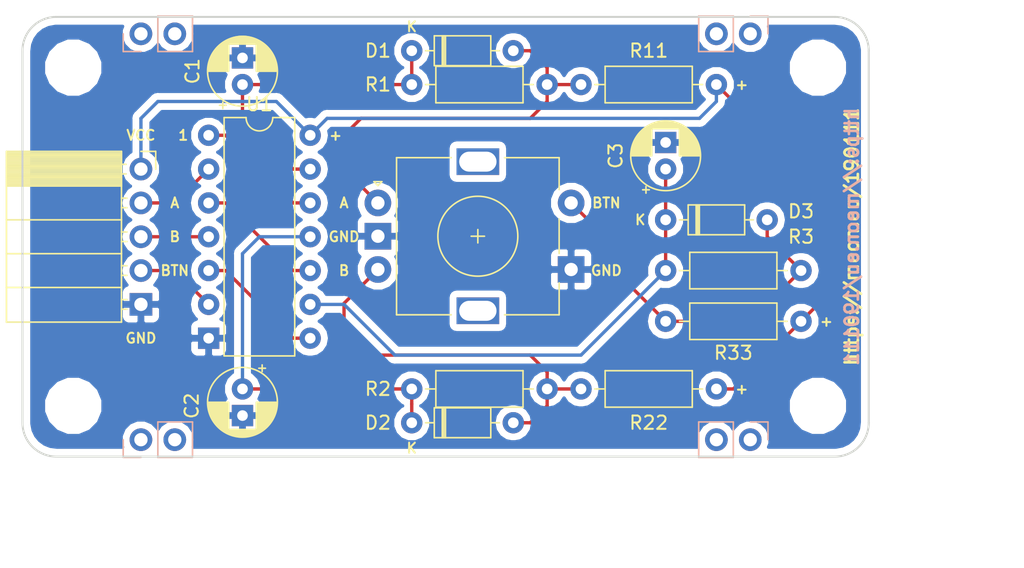
<source format=kicad_pcb>
(kicad_pcb (version 20171130) (host pcbnew 5.0.2+dfsg1-1~bpo9+1)

  (general
    (thickness 1.6)
    (drawings 29)
    (tracks 89)
    (zones 0)
    (modules 23)
    (nets 15)
  )

  (page A4)
  (title_block
    (title "Rotary Encoder example 1")
    (company blog.kutej.net)
  )

  (layers
    (0 F.Cu signal)
    (31 B.Cu signal)
    (32 B.Adhes user)
    (33 F.Adhes user)
    (34 B.Paste user)
    (35 F.Paste user)
    (36 B.SilkS user)
    (37 F.SilkS user)
    (38 B.Mask user)
    (39 F.Mask user)
    (40 Dwgs.User user)
    (41 Cmts.User user)
    (42 Eco1.User user)
    (43 Eco2.User user)
    (44 Edge.Cuts user)
    (45 Margin user)
    (46 B.CrtYd user)
    (47 F.CrtYd user)
    (48 B.Fab user hide)
    (49 F.Fab user hide)
  )

  (setup
    (last_trace_width 0.25)
    (trace_clearance 0.2)
    (zone_clearance 0.508)
    (zone_45_only no)
    (trace_min 0.25)
    (segment_width 0.2)
    (edge_width 0.15)
    (via_size 0.6)
    (via_drill 0.4)
    (via_min_size 0.4)
    (via_min_drill 0.3)
    (uvia_size 0.3)
    (uvia_drill 0.1)
    (uvias_allowed no)
    (uvia_min_size 0.2)
    (uvia_min_drill 0.1)
    (pcb_text_width 0.3)
    (pcb_text_size 1.5 1.5)
    (mod_edge_width 0.15)
    (mod_text_size 1 1)
    (mod_text_width 0.15)
    (pad_size 1.6 1.6)
    (pad_drill 0.8)
    (pad_to_mask_clearance 0.2)
    (solder_mask_min_width 0.25)
    (aux_axis_origin 0 0)
    (visible_elements FFFFFF7F)
    (pcbplotparams
      (layerselection 0x00130_ffffffff)
      (usegerberextensions false)
      (usegerberattributes false)
      (usegerberadvancedattributes false)
      (creategerberjobfile false)
      (excludeedgelayer true)
      (linewidth 0.100000)
      (plotframeref false)
      (viasonmask false)
      (mode 1)
      (useauxorigin false)
      (hpglpennumber 1)
      (hpglpenspeed 20)
      (hpglpendiameter 15.000000)
      (psnegative false)
      (psa4output false)
      (plotreference true)
      (plotvalue true)
      (plotinvisibletext false)
      (padsonsilk false)
      (subtractmaskfromsilk false)
      (outputformat 5)
      (mirror false)
      (drillshape 0)
      (scaleselection 1)
      (outputdirectory "/home/jozef/sketchbook/libraries/RotaryEncoder/examples/"))
  )

  (net 0 "")
  (net 1 "Net-(C1-Pad1)")
  (net 2 "Net-(C2-Pad1)")
  (net 3 "Net-(C3-Pad1)")
  (net 4 GND)
  (net 5 VCC)
  (net 6 "Net-(J1-Pad2)")
  (net 7 "Net-(J1-Pad3)")
  (net 8 "Net-(J1-Pad4)")
  (net 9 "Net-(D1-Pad2)")
  (net 10 "Net-(D2-Pad2)")
  (net 11 "Net-(D3-Pad2)")
  (net 12 "Net-(U1-Pad1)")
  (net 13 "Net-(U1-Pad10)")
  (net 14 "Net-(U1-Pad5)")

  (net_class Default "This is the default net class."
    (clearance 0.2)
    (trace_width 0.25)
    (via_dia 0.6)
    (via_drill 0.4)
    (uvia_dia 0.3)
    (uvia_drill 0.1)
    (add_net GND)
    (add_net "Net-(C1-Pad1)")
    (add_net "Net-(C2-Pad1)")
    (add_net "Net-(C3-Pad1)")
    (add_net "Net-(D1-Pad2)")
    (add_net "Net-(D2-Pad2)")
    (add_net "Net-(D3-Pad2)")
    (add_net "Net-(J1-Pad2)")
    (add_net "Net-(J1-Pad3)")
    (add_net "Net-(J1-Pad4)")
    (add_net "Net-(U1-Pad1)")
    (add_net "Net-(U1-Pad10)")
    (add_net "Net-(U1-Pad5)")
    (add_net VCC)
  )

  (module Resistor_THT:R_Axial_DIN0207_L6.3mm_D2.5mm_P10.16mm_Horizontal (layer F.Cu) (tedit 5C3880DE) (tstamp 5C43C0E5)
    (at 132.08 69.85)
    (descr "Resistor, Axial_DIN0207 series, Axial, Horizontal, pin pitch=10.16mm, 0.25W = 1/4W, length*diameter=6.3*2.5mm^2, http://cdn-reichelt.de/documents/datenblatt/B400/1_4W%23YAG.pdf")
    (tags "Resistor Axial_DIN0207 series Axial Horizontal pin pitch 10.16mm 0.25W = 1/4W length 6.3mm diameter 2.5mm")
    (path /5C31DB67)
    (fp_text reference R1 (at -2.54 0) (layer F.SilkS)
      (effects (font (size 1 1) (thickness 0.15)))
    )
    (fp_text value 10k (at 5.08 2.37) (layer F.Fab) hide
      (effects (font (size 1 1) (thickness 0.15)))
    )
    (fp_line (start 1.93 -1.25) (end 1.93 1.25) (layer F.Fab) (width 0.1))
    (fp_line (start 1.93 1.25) (end 8.23 1.25) (layer F.Fab) (width 0.1))
    (fp_line (start 8.23 1.25) (end 8.23 -1.25) (layer F.Fab) (width 0.1))
    (fp_line (start 8.23 -1.25) (end 1.93 -1.25) (layer F.Fab) (width 0.1))
    (fp_line (start 0 0) (end 1.93 0) (layer F.Fab) (width 0.1))
    (fp_line (start 10.16 0) (end 8.23 0) (layer F.Fab) (width 0.1))
    (fp_line (start 1.81 -1.37) (end 1.81 1.37) (layer F.SilkS) (width 0.12))
    (fp_line (start 1.81 1.37) (end 8.35 1.37) (layer F.SilkS) (width 0.12))
    (fp_line (start 8.35 1.37) (end 8.35 -1.37) (layer F.SilkS) (width 0.12))
    (fp_line (start 8.35 -1.37) (end 1.81 -1.37) (layer F.SilkS) (width 0.12))
    (fp_line (start 1.04 0) (end 1.81 0) (layer F.SilkS) (width 0.12))
    (fp_line (start 9.12 0) (end 8.35 0) (layer F.SilkS) (width 0.12))
    (fp_line (start -1.05 -1.5) (end -1.05 1.5) (layer F.CrtYd) (width 0.05))
    (fp_line (start -1.05 1.5) (end 11.21 1.5) (layer F.CrtYd) (width 0.05))
    (fp_line (start 11.21 1.5) (end 11.21 -1.5) (layer F.CrtYd) (width 0.05))
    (fp_line (start 11.21 -1.5) (end -1.05 -1.5) (layer F.CrtYd) (width 0.05))
    (fp_text user %R (at 5.08 0) (layer F.Fab)
      (effects (font (size 1 1) (thickness 0.15)))
    )
    (pad 1 thru_hole circle (at 0 0) (size 1.6 1.6) (drill 0.8) (layers *.Cu *.Mask)
      (net 1 "Net-(C1-Pad1)"))
    (pad 2 thru_hole oval (at 10.16 0) (size 1.6 1.6) (drill 0.8) (layers *.Cu *.Mask)
      (net 9 "Net-(D1-Pad2)"))
    (model ${KISYS3DMOD}/Resistor_THT.3dshapes/R_Axial_DIN0207_L6.3mm_D2.5mm_P10.16mm_Horizontal.wrl
      (at (xyz 0 0 0))
      (scale (xyz 1 1 1))
      (rotate (xyz 0 0 0))
    )
  )

  (module Connector_PinSocket_2.54mm:PinSocket_1x02_P2.54mm_Vertical (layer B.Cu) (tedit 5C3B257B) (tstamp 5C457B7F)
    (at 111.76 66.04 270)
    (descr "Through hole straight socket strip, 1x02, 2.54mm pitch, single row (from Kicad 4.0.7), script generated")
    (tags "Through hole socket strip THT 1x02 2.54mm single row")
    (fp_text reference REF** (at 0 2.77 270) (layer B.SilkS) hide
      (effects (font (size 1 1) (thickness 0.15)) (justify mirror))
    )
    (fp_text value PinSocket_1x02_P2.54mm_Vertical (at 0 -5.31 270) (layer B.Fab) hide
      (effects (font (size 1 1) (thickness 0.15)) (justify mirror))
    )
    (fp_line (start -1.27 1.27) (end 0.635 1.27) (layer B.Fab) (width 0.1))
    (fp_line (start 0.635 1.27) (end 1.27 0.635) (layer B.Fab) (width 0.1))
    (fp_line (start 1.27 0.635) (end 1.27 -3.81) (layer B.Fab) (width 0.1))
    (fp_line (start 1.27 -3.81) (end -1.27 -3.81) (layer B.Fab) (width 0.1))
    (fp_line (start -1.27 -3.81) (end -1.27 1.27) (layer B.Fab) (width 0.1))
    (fp_line (start -1.33 -1.27) (end 1.33 -1.27) (layer B.SilkS) (width 0.12))
    (fp_line (start -1.33 -1.27) (end -1.33 -3.87) (layer B.SilkS) (width 0.12))
    (fp_line (start -1.33 -3.87) (end 1.33 -3.87) (layer B.SilkS) (width 0.12))
    (fp_line (start 1.33 -1.27) (end 1.33 -3.87) (layer B.SilkS) (width 0.12))
    (fp_line (start 1.33 1.33) (end 1.33 0) (layer B.SilkS) (width 0.12))
    (fp_line (start 0 1.33) (end 1.33 1.33) (layer B.SilkS) (width 0.12))
    (fp_line (start -1.8 1.8) (end 1.75 1.8) (layer B.CrtYd) (width 0.05))
    (fp_line (start 1.75 1.8) (end 1.75 -4.3) (layer B.CrtYd) (width 0.05))
    (fp_line (start 1.75 -4.3) (end -1.8 -4.3) (layer B.CrtYd) (width 0.05))
    (fp_line (start -1.8 -4.3) (end -1.8 1.8) (layer B.CrtYd) (width 0.05))
    (fp_text user %R (at 0 -1.27 180) (layer B.Fab)
      (effects (font (size 1 1) (thickness 0.15)) (justify mirror))
    )
    (pad 1 thru_hole circle (at 0 0 270) (size 1.7 1.7) (drill 1) (layers *.Cu *.Mask))
    (pad 2 thru_hole oval (at 0 -2.54 270) (size 1.7 1.7) (drill 1) (layers *.Cu *.Mask))
    (model ${KISYS3DMOD}/Connector_PinSocket_2.54mm.3dshapes/PinSocket_1x02_P2.54mm_Vertical.wrl
      (at (xyz 0 0 0))
      (scale (xyz 1 1 1))
      (rotate (xyz 0 0 0))
    )
  )

  (module Connector_PinSocket_2.54mm:PinSocket_1x02_P2.54mm_Vertical (layer B.Cu) (tedit 5C3B256F) (tstamp 5C43F8B6)
    (at 157.48 96.52 90)
    (descr "Through hole straight socket strip, 1x02, 2.54mm pitch, single row (from Kicad 4.0.7), script generated")
    (tags "Through hole socket strip THT 1x02 2.54mm single row")
    (fp_text reference REF** (at 0 2.77 90) (layer B.SilkS) hide
      (effects (font (size 1 1) (thickness 0.15)) (justify mirror))
    )
    (fp_text value PinSocket_1x02_P2.54mm_Vertical (at 0 -5.31 90) (layer B.Fab) hide
      (effects (font (size 1 1) (thickness 0.15)) (justify mirror))
    )
    (fp_line (start -1.27 1.27) (end 0.635 1.27) (layer B.Fab) (width 0.1))
    (fp_line (start 0.635 1.27) (end 1.27 0.635) (layer B.Fab) (width 0.1))
    (fp_line (start 1.27 0.635) (end 1.27 -3.81) (layer B.Fab) (width 0.1))
    (fp_line (start 1.27 -3.81) (end -1.27 -3.81) (layer B.Fab) (width 0.1))
    (fp_line (start -1.27 -3.81) (end -1.27 1.27) (layer B.Fab) (width 0.1))
    (fp_line (start -1.33 -1.27) (end 1.33 -1.27) (layer B.SilkS) (width 0.12))
    (fp_line (start -1.33 -1.27) (end -1.33 -3.87) (layer B.SilkS) (width 0.12))
    (fp_line (start -1.33 -3.87) (end 1.33 -3.87) (layer B.SilkS) (width 0.12))
    (fp_line (start 1.33 -1.27) (end 1.33 -3.87) (layer B.SilkS) (width 0.12))
    (fp_line (start 1.33 1.33) (end 1.33 0) (layer B.SilkS) (width 0.12))
    (fp_line (start 0 1.33) (end 1.33 1.33) (layer B.SilkS) (width 0.12))
    (fp_line (start -1.8 1.8) (end 1.75 1.8) (layer B.CrtYd) (width 0.05))
    (fp_line (start 1.75 1.8) (end 1.75 -4.3) (layer B.CrtYd) (width 0.05))
    (fp_line (start 1.75 -4.3) (end -1.8 -4.3) (layer B.CrtYd) (width 0.05))
    (fp_line (start -1.8 -4.3) (end -1.8 1.8) (layer B.CrtYd) (width 0.05))
    (fp_text user %R (at 0 -1.27) (layer B.Fab)
      (effects (font (size 1 1) (thickness 0.15)) (justify mirror))
    )
    (pad 1 thru_hole circle (at 0 0 90) (size 1.7 1.7) (drill 1) (layers *.Cu *.Mask))
    (pad 2 thru_hole oval (at 0 -2.54 90) (size 1.7 1.7) (drill 1) (layers *.Cu *.Mask))
    (model ${KISYS3DMOD}/Connector_PinSocket_2.54mm.3dshapes/PinSocket_1x02_P2.54mm_Vertical.wrl
      (at (xyz 0 0 0))
      (scale (xyz 1 1 1))
      (rotate (xyz 0 0 0))
    )
  )

  (module Connector_PinSocket_2.54mm:PinSocket_1x02_P2.54mm_Vertical (layer B.Cu) (tedit 5C3B258A) (tstamp 5C43F907)
    (at 157.48 66.04 90)
    (descr "Through hole straight socket strip, 1x02, 2.54mm pitch, single row (from Kicad 4.0.7), script generated")
    (tags "Through hole socket strip THT 1x02 2.54mm single row")
    (fp_text reference REF** (at 0 2.77 90) (layer B.SilkS) hide
      (effects (font (size 1 1) (thickness 0.15)) (justify mirror))
    )
    (fp_text value PinSocket_1x02_P2.54mm_Vertical (at 0 -5.31 90) (layer B.Fab) hide
      (effects (font (size 1 1) (thickness 0.15)) (justify mirror))
    )
    (fp_text user %R (at 0 -1.27) (layer B.Fab)
      (effects (font (size 1 1) (thickness 0.15)) (justify mirror))
    )
    (fp_line (start -1.8 -4.3) (end -1.8 1.8) (layer B.CrtYd) (width 0.05))
    (fp_line (start 1.75 -4.3) (end -1.8 -4.3) (layer B.CrtYd) (width 0.05))
    (fp_line (start 1.75 1.8) (end 1.75 -4.3) (layer B.CrtYd) (width 0.05))
    (fp_line (start -1.8 1.8) (end 1.75 1.8) (layer B.CrtYd) (width 0.05))
    (fp_line (start 0 1.33) (end 1.33 1.33) (layer B.SilkS) (width 0.12))
    (fp_line (start 1.33 1.33) (end 1.33 0) (layer B.SilkS) (width 0.12))
    (fp_line (start 1.33 -1.27) (end 1.33 -3.87) (layer B.SilkS) (width 0.12))
    (fp_line (start -1.33 -3.87) (end 1.33 -3.87) (layer B.SilkS) (width 0.12))
    (fp_line (start -1.33 -1.27) (end -1.33 -3.87) (layer B.SilkS) (width 0.12))
    (fp_line (start -1.33 -1.27) (end 1.33 -1.27) (layer B.SilkS) (width 0.12))
    (fp_line (start -1.27 -3.81) (end -1.27 1.27) (layer B.Fab) (width 0.1))
    (fp_line (start 1.27 -3.81) (end -1.27 -3.81) (layer B.Fab) (width 0.1))
    (fp_line (start 1.27 0.635) (end 1.27 -3.81) (layer B.Fab) (width 0.1))
    (fp_line (start 0.635 1.27) (end 1.27 0.635) (layer B.Fab) (width 0.1))
    (fp_line (start -1.27 1.27) (end 0.635 1.27) (layer B.Fab) (width 0.1))
    (pad 2 thru_hole oval (at 0 -2.54 90) (size 1.7 1.7) (drill 1) (layers *.Cu *.Mask))
    (pad 1 thru_hole circle (at 0 0 90) (size 1.7 1.7) (drill 1) (layers *.Cu *.Mask))
    (model ${KISYS3DMOD}/Connector_PinSocket_2.54mm.3dshapes/PinSocket_1x02_P2.54mm_Vertical.wrl
      (at (xyz 0 0 0))
      (scale (xyz 1 1 1))
      (rotate (xyz 0 0 0))
    )
  )

  (module Connector_PinSocket_2.54mm:PinSocket_1x02_P2.54mm_Vertical (layer B.Cu) (tedit 5C3B2576) (tstamp 5C40EA65)
    (at 111.76 96.52 270)
    (descr "Through hole straight socket strip, 1x02, 2.54mm pitch, single row (from Kicad 4.0.7), script generated")
    (tags "Through hole socket strip THT 1x02 2.54mm single row")
    (fp_text reference REF** (at 0 2.77 270) (layer B.SilkS) hide
      (effects (font (size 1 1) (thickness 0.15)) (justify mirror))
    )
    (fp_text value PinSocket_1x02_P2.54mm_Vertical (at 0 -5.31 270) (layer B.Fab) hide
      (effects (font (size 1 1) (thickness 0.15)) (justify mirror))
    )
    (fp_text user %R (at 0 -1.27 180) (layer B.Fab)
      (effects (font (size 1 1) (thickness 0.15)) (justify mirror))
    )
    (fp_line (start -1.8 -4.3) (end -1.8 1.8) (layer B.CrtYd) (width 0.05))
    (fp_line (start 1.75 -4.3) (end -1.8 -4.3) (layer B.CrtYd) (width 0.05))
    (fp_line (start 1.75 1.8) (end 1.75 -4.3) (layer B.CrtYd) (width 0.05))
    (fp_line (start -1.8 1.8) (end 1.75 1.8) (layer B.CrtYd) (width 0.05))
    (fp_line (start 0 1.33) (end 1.33 1.33) (layer B.SilkS) (width 0.12))
    (fp_line (start 1.33 1.33) (end 1.33 0) (layer B.SilkS) (width 0.12))
    (fp_line (start 1.33 -1.27) (end 1.33 -3.87) (layer B.SilkS) (width 0.12))
    (fp_line (start -1.33 -3.87) (end 1.33 -3.87) (layer B.SilkS) (width 0.12))
    (fp_line (start -1.33 -1.27) (end -1.33 -3.87) (layer B.SilkS) (width 0.12))
    (fp_line (start -1.33 -1.27) (end 1.33 -1.27) (layer B.SilkS) (width 0.12))
    (fp_line (start -1.27 -3.81) (end -1.27 1.27) (layer B.Fab) (width 0.1))
    (fp_line (start 1.27 -3.81) (end -1.27 -3.81) (layer B.Fab) (width 0.1))
    (fp_line (start 1.27 0.635) (end 1.27 -3.81) (layer B.Fab) (width 0.1))
    (fp_line (start 0.635 1.27) (end 1.27 0.635) (layer B.Fab) (width 0.1))
    (fp_line (start -1.27 1.27) (end 0.635 1.27) (layer B.Fab) (width 0.1))
    (pad 2 thru_hole oval (at 0 -2.54 270) (size 1.7 1.7) (drill 1) (layers *.Cu *.Mask))
    (pad 1 thru_hole circle (at 0 0 270) (size 1.7 1.7) (drill 1) (layers *.Cu *.Mask))
    (model ${KISYS3DMOD}/Connector_PinSocket_2.54mm.3dshapes/PinSocket_1x02_P2.54mm_Vertical.wrl
      (at (xyz 0 0 0))
      (scale (xyz 1 1 1))
      (rotate (xyz 0 0 0))
    )
  )

  (module MountingHole:MountingHole_3.2mm_M3 (layer F.Cu) (tedit 5C33C559) (tstamp 5C43ED91)
    (at 162.56 68.58)
    (descr "Mounting Hole 3.2mm, no annular, M3")
    (tags "mounting hole 3.2mm no annular m3")
    (attr virtual)
    (fp_text reference REF** (at 0 -4.2) (layer F.SilkS) hide
      (effects (font (size 1 1) (thickness 0.15)))
    )
    (fp_text value MountingHole_3.2mm_M3 (at 0 4.2) (layer F.Fab) hide
      (effects (font (size 1 1) (thickness 0.15)))
    )
    (fp_circle (center 0 0) (end 3.45 0) (layer F.CrtYd) (width 0.05))
    (fp_circle (center 0 0) (end 3.2 0) (layer Cmts.User) (width 0.15))
    (fp_text user %R (at 0.3 0) (layer F.Fab) hide
      (effects (font (size 1 1) (thickness 0.15)))
    )
    (pad 1 np_thru_hole circle (at 0 0) (size 3.2 3.2) (drill 3.2) (layers *.Cu *.Mask))
  )

  (module MountingHole:MountingHole_3.2mm_M3 (layer F.Cu) (tedit 5C33C54C) (tstamp 5C403FA4)
    (at 106.68 93.98)
    (descr "Mounting Hole 3.2mm, no annular, M3")
    (tags "mounting hole 3.2mm no annular m3")
    (attr virtual)
    (fp_text reference REF** (at 0 -4.2) (layer F.SilkS) hide
      (effects (font (size 1 1) (thickness 0.15)))
    )
    (fp_text value MountingHole_3.2mm_M3 (at 0 4.2) (layer F.Fab) hide
      (effects (font (size 1 1) (thickness 0.15)))
    )
    (fp_circle (center 0 0) (end 3.45 0) (layer F.CrtYd) (width 0.05))
    (fp_circle (center 0 0) (end 3.2 0) (layer Cmts.User) (width 0.15))
    (fp_text user %R (at 0.3 0) (layer F.Fab) hide
      (effects (font (size 1 1) (thickness 0.15)))
    )
    (pad 1 np_thru_hole circle (at 0 0) (size 3.2 3.2) (drill 3.2) (layers *.Cu *.Mask))
  )

  (module MountingHole:MountingHole_3.2mm_M3 (layer F.Cu) (tedit 5C33C55E) (tstamp 5C4B4E26)
    (at 162.56 93.98)
    (descr "Mounting Hole 3.2mm, no annular, M3")
    (tags "mounting hole 3.2mm no annular m3")
    (attr virtual)
    (fp_text reference REF** (at 0 -4.2) (layer F.SilkS) hide
      (effects (font (size 1 1) (thickness 0.15)))
    )
    (fp_text value MountingHole_3.2mm_M3 (at 0 4.2) (layer F.Fab) hide
      (effects (font (size 1 1) (thickness 0.15)))
    )
    (fp_circle (center 0 0) (end 3.45 0) (layer F.CrtYd) (width 0.05))
    (fp_circle (center 0 0) (end 3.2 0) (layer Cmts.User) (width 0.15))
    (fp_text user %R (at 0.3 0) (layer F.Fab) hide
      (effects (font (size 1 1) (thickness 0.15)))
    )
    (pad 1 np_thru_hole circle (at 0 0) (size 3.2 3.2) (drill 3.2) (layers *.Cu *.Mask))
  )

  (module MountingHole:MountingHole_3.2mm_M3 (layer F.Cu) (tedit 5C33C553) (tstamp 5C4B4E35)
    (at 106.68 68.58)
    (descr "Mounting Hole 3.2mm, no annular, M3")
    (tags "mounting hole 3.2mm no annular m3")
    (attr virtual)
    (fp_text reference REF** (at 0 -4.2) (layer F.SilkS) hide
      (effects (font (size 1 1) (thickness 0.15)))
    )
    (fp_text value MountingHole_3.2mm_M3 (at 0 4.2) (layer F.Fab) hide
      (effects (font (size 1 1) (thickness 0.15)))
    )
    (fp_circle (center 0 0) (end 3.45 0) (layer F.CrtYd) (width 0.05))
    (fp_circle (center 0 0) (end 3.2 0) (layer Cmts.User) (width 0.15))
    (fp_text user %R (at 0.3 0) (layer F.Fab) hide
      (effects (font (size 1 1) (thickness 0.15)))
    )
    (pad 1 np_thru_hole circle (at 0 0) (size 3.2 3.2) (drill 3.2) (layers *.Cu *.Mask))
  )

  (module Capacitor_THT:CP_Radial_D5.0mm_P2.00mm (layer F.Cu) (tedit 5C3B37EA) (tstamp 5C43BFC8)
    (at 119.38 69.85 90)
    (descr "CP, Radial series, Radial, pin pitch=2.00mm, , diameter=5mm, Electrolytic Capacitor")
    (tags "CP Radial series Radial pin pitch 2.00mm  diameter 5mm Electrolytic Capacitor")
    (path /5C311BB8)
    (fp_text reference C1 (at 1 -3.75 90) (layer F.SilkS)
      (effects (font (size 1 1) (thickness 0.15)))
    )
    (fp_text value 0.1ųF (at 1 3.75 90) (layer F.Fab)
      (effects (font (size 1 1) (thickness 0.15)))
    )
    (fp_circle (center 1 0) (end 3.5 0) (layer F.Fab) (width 0.1))
    (fp_circle (center 1 0) (end 3.62 0) (layer F.SilkS) (width 0.12))
    (fp_circle (center 1 0) (end 3.75 0) (layer F.CrtYd) (width 0.05))
    (fp_line (start -1.133605 -1.0875) (end -0.633605 -1.0875) (layer F.Fab) (width 0.1))
    (fp_line (start -0.883605 -1.3375) (end -0.883605 -0.8375) (layer F.Fab) (width 0.1))
    (fp_line (start 1 1.04) (end 1 2.58) (layer F.SilkS) (width 0.12))
    (fp_line (start 1 -2.58) (end 1 -1.04) (layer F.SilkS) (width 0.12))
    (fp_line (start 1.04 1.04) (end 1.04 2.58) (layer F.SilkS) (width 0.12))
    (fp_line (start 1.04 -2.58) (end 1.04 -1.04) (layer F.SilkS) (width 0.12))
    (fp_line (start 1.08 -2.579) (end 1.08 -1.04) (layer F.SilkS) (width 0.12))
    (fp_line (start 1.08 1.04) (end 1.08 2.579) (layer F.SilkS) (width 0.12))
    (fp_line (start 1.12 -2.578) (end 1.12 -1.04) (layer F.SilkS) (width 0.12))
    (fp_line (start 1.12 1.04) (end 1.12 2.578) (layer F.SilkS) (width 0.12))
    (fp_line (start 1.16 -2.576) (end 1.16 -1.04) (layer F.SilkS) (width 0.12))
    (fp_line (start 1.16 1.04) (end 1.16 2.576) (layer F.SilkS) (width 0.12))
    (fp_line (start 1.2 -2.573) (end 1.2 -1.04) (layer F.SilkS) (width 0.12))
    (fp_line (start 1.2 1.04) (end 1.2 2.573) (layer F.SilkS) (width 0.12))
    (fp_line (start 1.24 -2.569) (end 1.24 -1.04) (layer F.SilkS) (width 0.12))
    (fp_line (start 1.24 1.04) (end 1.24 2.569) (layer F.SilkS) (width 0.12))
    (fp_line (start 1.28 -2.565) (end 1.28 -1.04) (layer F.SilkS) (width 0.12))
    (fp_line (start 1.28 1.04) (end 1.28 2.565) (layer F.SilkS) (width 0.12))
    (fp_line (start 1.32 -2.561) (end 1.32 -1.04) (layer F.SilkS) (width 0.12))
    (fp_line (start 1.32 1.04) (end 1.32 2.561) (layer F.SilkS) (width 0.12))
    (fp_line (start 1.36 -2.556) (end 1.36 -1.04) (layer F.SilkS) (width 0.12))
    (fp_line (start 1.36 1.04) (end 1.36 2.556) (layer F.SilkS) (width 0.12))
    (fp_line (start 1.4 -2.55) (end 1.4 -1.04) (layer F.SilkS) (width 0.12))
    (fp_line (start 1.4 1.04) (end 1.4 2.55) (layer F.SilkS) (width 0.12))
    (fp_line (start 1.44 -2.543) (end 1.44 -1.04) (layer F.SilkS) (width 0.12))
    (fp_line (start 1.44 1.04) (end 1.44 2.543) (layer F.SilkS) (width 0.12))
    (fp_line (start 1.48 -2.536) (end 1.48 -1.04) (layer F.SilkS) (width 0.12))
    (fp_line (start 1.48 1.04) (end 1.48 2.536) (layer F.SilkS) (width 0.12))
    (fp_line (start 1.52 -2.528) (end 1.52 -1.04) (layer F.SilkS) (width 0.12))
    (fp_line (start 1.52 1.04) (end 1.52 2.528) (layer F.SilkS) (width 0.12))
    (fp_line (start 1.56 -2.52) (end 1.56 -1.04) (layer F.SilkS) (width 0.12))
    (fp_line (start 1.56 1.04) (end 1.56 2.52) (layer F.SilkS) (width 0.12))
    (fp_line (start 1.6 -2.511) (end 1.6 -1.04) (layer F.SilkS) (width 0.12))
    (fp_line (start 1.6 1.04) (end 1.6 2.511) (layer F.SilkS) (width 0.12))
    (fp_line (start 1.64 -2.501) (end 1.64 -1.04) (layer F.SilkS) (width 0.12))
    (fp_line (start 1.64 1.04) (end 1.64 2.501) (layer F.SilkS) (width 0.12))
    (fp_line (start 1.68 -2.491) (end 1.68 -1.04) (layer F.SilkS) (width 0.12))
    (fp_line (start 1.68 1.04) (end 1.68 2.491) (layer F.SilkS) (width 0.12))
    (fp_line (start 1.721 -2.48) (end 1.721 -1.04) (layer F.SilkS) (width 0.12))
    (fp_line (start 1.721 1.04) (end 1.721 2.48) (layer F.SilkS) (width 0.12))
    (fp_line (start 1.761 -2.468) (end 1.761 -1.04) (layer F.SilkS) (width 0.12))
    (fp_line (start 1.761 1.04) (end 1.761 2.468) (layer F.SilkS) (width 0.12))
    (fp_line (start 1.801 -2.455) (end 1.801 -1.04) (layer F.SilkS) (width 0.12))
    (fp_line (start 1.801 1.04) (end 1.801 2.455) (layer F.SilkS) (width 0.12))
    (fp_line (start 1.841 -2.442) (end 1.841 -1.04) (layer F.SilkS) (width 0.12))
    (fp_line (start 1.841 1.04) (end 1.841 2.442) (layer F.SilkS) (width 0.12))
    (fp_line (start 1.881 -2.428) (end 1.881 -1.04) (layer F.SilkS) (width 0.12))
    (fp_line (start 1.881 1.04) (end 1.881 2.428) (layer F.SilkS) (width 0.12))
    (fp_line (start 1.921 -2.414) (end 1.921 -1.04) (layer F.SilkS) (width 0.12))
    (fp_line (start 1.921 1.04) (end 1.921 2.414) (layer F.SilkS) (width 0.12))
    (fp_line (start 1.961 -2.398) (end 1.961 -1.04) (layer F.SilkS) (width 0.12))
    (fp_line (start 1.961 1.04) (end 1.961 2.398) (layer F.SilkS) (width 0.12))
    (fp_line (start 2.001 -2.382) (end 2.001 -1.04) (layer F.SilkS) (width 0.12))
    (fp_line (start 2.001 1.04) (end 2.001 2.382) (layer F.SilkS) (width 0.12))
    (fp_line (start 2.041 -2.365) (end 2.041 -1.04) (layer F.SilkS) (width 0.12))
    (fp_line (start 2.041 1.04) (end 2.041 2.365) (layer F.SilkS) (width 0.12))
    (fp_line (start 2.081 -2.348) (end 2.081 -1.04) (layer F.SilkS) (width 0.12))
    (fp_line (start 2.081 1.04) (end 2.081 2.348) (layer F.SilkS) (width 0.12))
    (fp_line (start 2.121 -2.329) (end 2.121 -1.04) (layer F.SilkS) (width 0.12))
    (fp_line (start 2.121 1.04) (end 2.121 2.329) (layer F.SilkS) (width 0.12))
    (fp_line (start 2.161 -2.31) (end 2.161 -1.04) (layer F.SilkS) (width 0.12))
    (fp_line (start 2.161 1.04) (end 2.161 2.31) (layer F.SilkS) (width 0.12))
    (fp_line (start 2.201 -2.29) (end 2.201 -1.04) (layer F.SilkS) (width 0.12))
    (fp_line (start 2.201 1.04) (end 2.201 2.29) (layer F.SilkS) (width 0.12))
    (fp_line (start 2.241 -2.268) (end 2.241 -1.04) (layer F.SilkS) (width 0.12))
    (fp_line (start 2.241 1.04) (end 2.241 2.268) (layer F.SilkS) (width 0.12))
    (fp_line (start 2.281 -2.247) (end 2.281 -1.04) (layer F.SilkS) (width 0.12))
    (fp_line (start 2.281 1.04) (end 2.281 2.247) (layer F.SilkS) (width 0.12))
    (fp_line (start 2.321 -2.224) (end 2.321 -1.04) (layer F.SilkS) (width 0.12))
    (fp_line (start 2.321 1.04) (end 2.321 2.224) (layer F.SilkS) (width 0.12))
    (fp_line (start 2.361 -2.2) (end 2.361 -1.04) (layer F.SilkS) (width 0.12))
    (fp_line (start 2.361 1.04) (end 2.361 2.2) (layer F.SilkS) (width 0.12))
    (fp_line (start 2.401 -2.175) (end 2.401 -1.04) (layer F.SilkS) (width 0.12))
    (fp_line (start 2.401 1.04) (end 2.401 2.175) (layer F.SilkS) (width 0.12))
    (fp_line (start 2.441 -2.149) (end 2.441 -1.04) (layer F.SilkS) (width 0.12))
    (fp_line (start 2.441 1.04) (end 2.441 2.149) (layer F.SilkS) (width 0.12))
    (fp_line (start 2.481 -2.122) (end 2.481 -1.04) (layer F.SilkS) (width 0.12))
    (fp_line (start 2.481 1.04) (end 2.481 2.122) (layer F.SilkS) (width 0.12))
    (fp_line (start 2.521 -2.095) (end 2.521 -1.04) (layer F.SilkS) (width 0.12))
    (fp_line (start 2.521 1.04) (end 2.521 2.095) (layer F.SilkS) (width 0.12))
    (fp_line (start 2.561 -2.065) (end 2.561 -1.04) (layer F.SilkS) (width 0.12))
    (fp_line (start 2.561 1.04) (end 2.561 2.065) (layer F.SilkS) (width 0.12))
    (fp_line (start 2.601 -2.035) (end 2.601 -1.04) (layer F.SilkS) (width 0.12))
    (fp_line (start 2.601 1.04) (end 2.601 2.035) (layer F.SilkS) (width 0.12))
    (fp_line (start 2.641 -2.004) (end 2.641 -1.04) (layer F.SilkS) (width 0.12))
    (fp_line (start 2.641 1.04) (end 2.641 2.004) (layer F.SilkS) (width 0.12))
    (fp_line (start 2.681 -1.971) (end 2.681 -1.04) (layer F.SilkS) (width 0.12))
    (fp_line (start 2.681 1.04) (end 2.681 1.971) (layer F.SilkS) (width 0.12))
    (fp_line (start 2.721 -1.937) (end 2.721 -1.04) (layer F.SilkS) (width 0.12))
    (fp_line (start 2.721 1.04) (end 2.721 1.937) (layer F.SilkS) (width 0.12))
    (fp_line (start 2.761 -1.901) (end 2.761 -1.04) (layer F.SilkS) (width 0.12))
    (fp_line (start 2.761 1.04) (end 2.761 1.901) (layer F.SilkS) (width 0.12))
    (fp_line (start 2.801 -1.864) (end 2.801 -1.04) (layer F.SilkS) (width 0.12))
    (fp_line (start 2.801 1.04) (end 2.801 1.864) (layer F.SilkS) (width 0.12))
    (fp_line (start 2.841 -1.826) (end 2.841 -1.04) (layer F.SilkS) (width 0.12))
    (fp_line (start 2.841 1.04) (end 2.841 1.826) (layer F.SilkS) (width 0.12))
    (fp_line (start 2.881 -1.785) (end 2.881 -1.04) (layer F.SilkS) (width 0.12))
    (fp_line (start 2.881 1.04) (end 2.881 1.785) (layer F.SilkS) (width 0.12))
    (fp_line (start 2.921 -1.743) (end 2.921 -1.04) (layer F.SilkS) (width 0.12))
    (fp_line (start 2.921 1.04) (end 2.921 1.743) (layer F.SilkS) (width 0.12))
    (fp_line (start 2.961 -1.699) (end 2.961 -1.04) (layer F.SilkS) (width 0.12))
    (fp_line (start 2.961 1.04) (end 2.961 1.699) (layer F.SilkS) (width 0.12))
    (fp_line (start 3.001 -1.653) (end 3.001 -1.04) (layer F.SilkS) (width 0.12))
    (fp_line (start 3.001 1.04) (end 3.001 1.653) (layer F.SilkS) (width 0.12))
    (fp_line (start 3.041 -1.605) (end 3.041 1.605) (layer F.SilkS) (width 0.12))
    (fp_line (start 3.081 -1.554) (end 3.081 1.554) (layer F.SilkS) (width 0.12))
    (fp_line (start 3.121 -1.5) (end 3.121 1.5) (layer F.SilkS) (width 0.12))
    (fp_line (start 3.161 -1.443) (end 3.161 1.443) (layer F.SilkS) (width 0.12))
    (fp_line (start 3.201 -1.383) (end 3.201 1.383) (layer F.SilkS) (width 0.12))
    (fp_line (start 3.241 -1.319) (end 3.241 1.319) (layer F.SilkS) (width 0.12))
    (fp_line (start 3.281 -1.251) (end 3.281 1.251) (layer F.SilkS) (width 0.12))
    (fp_line (start 3.321 -1.178) (end 3.321 1.178) (layer F.SilkS) (width 0.12))
    (fp_line (start 3.361 -1.098) (end 3.361 1.098) (layer F.SilkS) (width 0.12))
    (fp_line (start 3.401 -1.011) (end 3.401 1.011) (layer F.SilkS) (width 0.12))
    (fp_line (start 3.441 -0.915) (end 3.441 0.915) (layer F.SilkS) (width 0.12))
    (fp_line (start 3.481 -0.805) (end 3.481 0.805) (layer F.SilkS) (width 0.12))
    (fp_line (start 3.521 -0.677) (end 3.521 0.677) (layer F.SilkS) (width 0.12))
    (fp_line (start 3.561 -0.518) (end 3.561 0.518) (layer F.SilkS) (width 0.12))
    (fp_line (start 3.601 -0.284) (end 3.601 0.284) (layer F.SilkS) (width 0.12))
    (fp_line (start -1.804775 -1.475) (end -1.304775 -1.475) (layer F.SilkS) (width 0.12))
    (fp_line (start -1.554775 -1.725) (end -1.554775 -1.225) (layer F.SilkS) (width 0.12))
    (fp_text user %R (at 1 0 90) (layer F.Fab)
      (effects (font (size 1 1) (thickness 0.15)))
    )
    (pad 1 thru_hole circle (at 0 0 90) (size 1.6 1.6) (drill 0.8) (layers *.Cu *.Mask)
      (net 1 "Net-(C1-Pad1)"))
    (pad 2 thru_hole rect (at 2 0 90) (size 1.6 1.6) (drill 0.8) (layers *.Cu *.Mask)
      (net 4 GND))
    (model ${KISYS3DMOD}/Capacitor_THT.3dshapes/CP_Radial_D5.0mm_P2.00mm.wrl
      (at (xyz 0 0 0))
      (scale (xyz 1 1 1))
      (rotate (xyz 0 0 0))
    )
  )

  (module Capacitor_THT:CP_Radial_D5.0mm_P2.00mm (layer F.Cu) (tedit 5C3B37F8) (tstamp 5C43C04B)
    (at 119.38 92.71 270)
    (descr "CP, Radial series, Radial, pin pitch=2.00mm, , diameter=5mm, Electrolytic Capacitor")
    (tags "CP Radial series Radial pin pitch 2.00mm  diameter 5mm Electrolytic Capacitor")
    (path /5C31E0BD)
    (fp_text reference C2 (at 1.27 3.81 270) (layer F.SilkS)
      (effects (font (size 1 1) (thickness 0.15)))
    )
    (fp_text value 0.1ųF (at 1 3.75 270) (layer F.Fab)
      (effects (font (size 1 1) (thickness 0.15)))
    )
    (fp_text user %R (at 1 0 270) (layer F.Fab)
      (effects (font (size 1 1) (thickness 0.15)))
    )
    (fp_line (start -1.554775 -1.725) (end -1.554775 -1.225) (layer F.SilkS) (width 0.12))
    (fp_line (start -1.804775 -1.475) (end -1.304775 -1.475) (layer F.SilkS) (width 0.12))
    (fp_line (start 3.601 -0.284) (end 3.601 0.284) (layer F.SilkS) (width 0.12))
    (fp_line (start 3.561 -0.518) (end 3.561 0.518) (layer F.SilkS) (width 0.12))
    (fp_line (start 3.521 -0.677) (end 3.521 0.677) (layer F.SilkS) (width 0.12))
    (fp_line (start 3.481 -0.805) (end 3.481 0.805) (layer F.SilkS) (width 0.12))
    (fp_line (start 3.441 -0.915) (end 3.441 0.915) (layer F.SilkS) (width 0.12))
    (fp_line (start 3.401 -1.011) (end 3.401 1.011) (layer F.SilkS) (width 0.12))
    (fp_line (start 3.361 -1.098) (end 3.361 1.098) (layer F.SilkS) (width 0.12))
    (fp_line (start 3.321 -1.178) (end 3.321 1.178) (layer F.SilkS) (width 0.12))
    (fp_line (start 3.281 -1.251) (end 3.281 1.251) (layer F.SilkS) (width 0.12))
    (fp_line (start 3.241 -1.319) (end 3.241 1.319) (layer F.SilkS) (width 0.12))
    (fp_line (start 3.201 -1.383) (end 3.201 1.383) (layer F.SilkS) (width 0.12))
    (fp_line (start 3.161 -1.443) (end 3.161 1.443) (layer F.SilkS) (width 0.12))
    (fp_line (start 3.121 -1.5) (end 3.121 1.5) (layer F.SilkS) (width 0.12))
    (fp_line (start 3.081 -1.554) (end 3.081 1.554) (layer F.SilkS) (width 0.12))
    (fp_line (start 3.041 -1.605) (end 3.041 1.605) (layer F.SilkS) (width 0.12))
    (fp_line (start 3.001 1.04) (end 3.001 1.653) (layer F.SilkS) (width 0.12))
    (fp_line (start 3.001 -1.653) (end 3.001 -1.04) (layer F.SilkS) (width 0.12))
    (fp_line (start 2.961 1.04) (end 2.961 1.699) (layer F.SilkS) (width 0.12))
    (fp_line (start 2.961 -1.699) (end 2.961 -1.04) (layer F.SilkS) (width 0.12))
    (fp_line (start 2.921 1.04) (end 2.921 1.743) (layer F.SilkS) (width 0.12))
    (fp_line (start 2.921 -1.743) (end 2.921 -1.04) (layer F.SilkS) (width 0.12))
    (fp_line (start 2.881 1.04) (end 2.881 1.785) (layer F.SilkS) (width 0.12))
    (fp_line (start 2.881 -1.785) (end 2.881 -1.04) (layer F.SilkS) (width 0.12))
    (fp_line (start 2.841 1.04) (end 2.841 1.826) (layer F.SilkS) (width 0.12))
    (fp_line (start 2.841 -1.826) (end 2.841 -1.04) (layer F.SilkS) (width 0.12))
    (fp_line (start 2.801 1.04) (end 2.801 1.864) (layer F.SilkS) (width 0.12))
    (fp_line (start 2.801 -1.864) (end 2.801 -1.04) (layer F.SilkS) (width 0.12))
    (fp_line (start 2.761 1.04) (end 2.761 1.901) (layer F.SilkS) (width 0.12))
    (fp_line (start 2.761 -1.901) (end 2.761 -1.04) (layer F.SilkS) (width 0.12))
    (fp_line (start 2.721 1.04) (end 2.721 1.937) (layer F.SilkS) (width 0.12))
    (fp_line (start 2.721 -1.937) (end 2.721 -1.04) (layer F.SilkS) (width 0.12))
    (fp_line (start 2.681 1.04) (end 2.681 1.971) (layer F.SilkS) (width 0.12))
    (fp_line (start 2.681 -1.971) (end 2.681 -1.04) (layer F.SilkS) (width 0.12))
    (fp_line (start 2.641 1.04) (end 2.641 2.004) (layer F.SilkS) (width 0.12))
    (fp_line (start 2.641 -2.004) (end 2.641 -1.04) (layer F.SilkS) (width 0.12))
    (fp_line (start 2.601 1.04) (end 2.601 2.035) (layer F.SilkS) (width 0.12))
    (fp_line (start 2.601 -2.035) (end 2.601 -1.04) (layer F.SilkS) (width 0.12))
    (fp_line (start 2.561 1.04) (end 2.561 2.065) (layer F.SilkS) (width 0.12))
    (fp_line (start 2.561 -2.065) (end 2.561 -1.04) (layer F.SilkS) (width 0.12))
    (fp_line (start 2.521 1.04) (end 2.521 2.095) (layer F.SilkS) (width 0.12))
    (fp_line (start 2.521 -2.095) (end 2.521 -1.04) (layer F.SilkS) (width 0.12))
    (fp_line (start 2.481 1.04) (end 2.481 2.122) (layer F.SilkS) (width 0.12))
    (fp_line (start 2.481 -2.122) (end 2.481 -1.04) (layer F.SilkS) (width 0.12))
    (fp_line (start 2.441 1.04) (end 2.441 2.149) (layer F.SilkS) (width 0.12))
    (fp_line (start 2.441 -2.149) (end 2.441 -1.04) (layer F.SilkS) (width 0.12))
    (fp_line (start 2.401 1.04) (end 2.401 2.175) (layer F.SilkS) (width 0.12))
    (fp_line (start 2.401 -2.175) (end 2.401 -1.04) (layer F.SilkS) (width 0.12))
    (fp_line (start 2.361 1.04) (end 2.361 2.2) (layer F.SilkS) (width 0.12))
    (fp_line (start 2.361 -2.2) (end 2.361 -1.04) (layer F.SilkS) (width 0.12))
    (fp_line (start 2.321 1.04) (end 2.321 2.224) (layer F.SilkS) (width 0.12))
    (fp_line (start 2.321 -2.224) (end 2.321 -1.04) (layer F.SilkS) (width 0.12))
    (fp_line (start 2.281 1.04) (end 2.281 2.247) (layer F.SilkS) (width 0.12))
    (fp_line (start 2.281 -2.247) (end 2.281 -1.04) (layer F.SilkS) (width 0.12))
    (fp_line (start 2.241 1.04) (end 2.241 2.268) (layer F.SilkS) (width 0.12))
    (fp_line (start 2.241 -2.268) (end 2.241 -1.04) (layer F.SilkS) (width 0.12))
    (fp_line (start 2.201 1.04) (end 2.201 2.29) (layer F.SilkS) (width 0.12))
    (fp_line (start 2.201 -2.29) (end 2.201 -1.04) (layer F.SilkS) (width 0.12))
    (fp_line (start 2.161 1.04) (end 2.161 2.31) (layer F.SilkS) (width 0.12))
    (fp_line (start 2.161 -2.31) (end 2.161 -1.04) (layer F.SilkS) (width 0.12))
    (fp_line (start 2.121 1.04) (end 2.121 2.329) (layer F.SilkS) (width 0.12))
    (fp_line (start 2.121 -2.329) (end 2.121 -1.04) (layer F.SilkS) (width 0.12))
    (fp_line (start 2.081 1.04) (end 2.081 2.348) (layer F.SilkS) (width 0.12))
    (fp_line (start 2.081 -2.348) (end 2.081 -1.04) (layer F.SilkS) (width 0.12))
    (fp_line (start 2.041 1.04) (end 2.041 2.365) (layer F.SilkS) (width 0.12))
    (fp_line (start 2.041 -2.365) (end 2.041 -1.04) (layer F.SilkS) (width 0.12))
    (fp_line (start 2.001 1.04) (end 2.001 2.382) (layer F.SilkS) (width 0.12))
    (fp_line (start 2.001 -2.382) (end 2.001 -1.04) (layer F.SilkS) (width 0.12))
    (fp_line (start 1.961 1.04) (end 1.961 2.398) (layer F.SilkS) (width 0.12))
    (fp_line (start 1.961 -2.398) (end 1.961 -1.04) (layer F.SilkS) (width 0.12))
    (fp_line (start 1.921 1.04) (end 1.921 2.414) (layer F.SilkS) (width 0.12))
    (fp_line (start 1.921 -2.414) (end 1.921 -1.04) (layer F.SilkS) (width 0.12))
    (fp_line (start 1.881 1.04) (end 1.881 2.428) (layer F.SilkS) (width 0.12))
    (fp_line (start 1.881 -2.428) (end 1.881 -1.04) (layer F.SilkS) (width 0.12))
    (fp_line (start 1.841 1.04) (end 1.841 2.442) (layer F.SilkS) (width 0.12))
    (fp_line (start 1.841 -2.442) (end 1.841 -1.04) (layer F.SilkS) (width 0.12))
    (fp_line (start 1.801 1.04) (end 1.801 2.455) (layer F.SilkS) (width 0.12))
    (fp_line (start 1.801 -2.455) (end 1.801 -1.04) (layer F.SilkS) (width 0.12))
    (fp_line (start 1.761 1.04) (end 1.761 2.468) (layer F.SilkS) (width 0.12))
    (fp_line (start 1.761 -2.468) (end 1.761 -1.04) (layer F.SilkS) (width 0.12))
    (fp_line (start 1.721 1.04) (end 1.721 2.48) (layer F.SilkS) (width 0.12))
    (fp_line (start 1.721 -2.48) (end 1.721 -1.04) (layer F.SilkS) (width 0.12))
    (fp_line (start 1.68 1.04) (end 1.68 2.491) (layer F.SilkS) (width 0.12))
    (fp_line (start 1.68 -2.491) (end 1.68 -1.04) (layer F.SilkS) (width 0.12))
    (fp_line (start 1.64 1.04) (end 1.64 2.501) (layer F.SilkS) (width 0.12))
    (fp_line (start 1.64 -2.501) (end 1.64 -1.04) (layer F.SilkS) (width 0.12))
    (fp_line (start 1.6 1.04) (end 1.6 2.511) (layer F.SilkS) (width 0.12))
    (fp_line (start 1.6 -2.511) (end 1.6 -1.04) (layer F.SilkS) (width 0.12))
    (fp_line (start 1.56 1.04) (end 1.56 2.52) (layer F.SilkS) (width 0.12))
    (fp_line (start 1.56 -2.52) (end 1.56 -1.04) (layer F.SilkS) (width 0.12))
    (fp_line (start 1.52 1.04) (end 1.52 2.528) (layer F.SilkS) (width 0.12))
    (fp_line (start 1.52 -2.528) (end 1.52 -1.04) (layer F.SilkS) (width 0.12))
    (fp_line (start 1.48 1.04) (end 1.48 2.536) (layer F.SilkS) (width 0.12))
    (fp_line (start 1.48 -2.536) (end 1.48 -1.04) (layer F.SilkS) (width 0.12))
    (fp_line (start 1.44 1.04) (end 1.44 2.543) (layer F.SilkS) (width 0.12))
    (fp_line (start 1.44 -2.543) (end 1.44 -1.04) (layer F.SilkS) (width 0.12))
    (fp_line (start 1.4 1.04) (end 1.4 2.55) (layer F.SilkS) (width 0.12))
    (fp_line (start 1.4 -2.55) (end 1.4 -1.04) (layer F.SilkS) (width 0.12))
    (fp_line (start 1.36 1.04) (end 1.36 2.556) (layer F.SilkS) (width 0.12))
    (fp_line (start 1.36 -2.556) (end 1.36 -1.04) (layer F.SilkS) (width 0.12))
    (fp_line (start 1.32 1.04) (end 1.32 2.561) (layer F.SilkS) (width 0.12))
    (fp_line (start 1.32 -2.561) (end 1.32 -1.04) (layer F.SilkS) (width 0.12))
    (fp_line (start 1.28 1.04) (end 1.28 2.565) (layer F.SilkS) (width 0.12))
    (fp_line (start 1.28 -2.565) (end 1.28 -1.04) (layer F.SilkS) (width 0.12))
    (fp_line (start 1.24 1.04) (end 1.24 2.569) (layer F.SilkS) (width 0.12))
    (fp_line (start 1.24 -2.569) (end 1.24 -1.04) (layer F.SilkS) (width 0.12))
    (fp_line (start 1.2 1.04) (end 1.2 2.573) (layer F.SilkS) (width 0.12))
    (fp_line (start 1.2 -2.573) (end 1.2 -1.04) (layer F.SilkS) (width 0.12))
    (fp_line (start 1.16 1.04) (end 1.16 2.576) (layer F.SilkS) (width 0.12))
    (fp_line (start 1.16 -2.576) (end 1.16 -1.04) (layer F.SilkS) (width 0.12))
    (fp_line (start 1.12 1.04) (end 1.12 2.578) (layer F.SilkS) (width 0.12))
    (fp_line (start 1.12 -2.578) (end 1.12 -1.04) (layer F.SilkS) (width 0.12))
    (fp_line (start 1.08 1.04) (end 1.08 2.579) (layer F.SilkS) (width 0.12))
    (fp_line (start 1.08 -2.579) (end 1.08 -1.04) (layer F.SilkS) (width 0.12))
    (fp_line (start 1.04 -2.58) (end 1.04 -1.04) (layer F.SilkS) (width 0.12))
    (fp_line (start 1.04 1.04) (end 1.04 2.58) (layer F.SilkS) (width 0.12))
    (fp_line (start 1 -2.58) (end 1 -1.04) (layer F.SilkS) (width 0.12))
    (fp_line (start 1 1.04) (end 1 2.58) (layer F.SilkS) (width 0.12))
    (fp_line (start -0.883605 -1.3375) (end -0.883605 -0.8375) (layer F.Fab) (width 0.1))
    (fp_line (start -1.133605 -1.0875) (end -0.633605 -1.0875) (layer F.Fab) (width 0.1))
    (fp_circle (center 1 0) (end 3.75 0) (layer F.CrtYd) (width 0.05))
    (fp_circle (center 1 0) (end 3.62 0) (layer F.SilkS) (width 0.12))
    (fp_circle (center 1 0) (end 3.5 0) (layer F.Fab) (width 0.1))
    (pad 2 thru_hole rect (at 2 0 270) (size 1.6 1.6) (drill 0.8) (layers *.Cu *.Mask)
      (net 4 GND))
    (pad 1 thru_hole circle (at 0 0 270) (size 1.6 1.6) (drill 0.8) (layers *.Cu *.Mask)
      (net 2 "Net-(C2-Pad1)"))
    (model ${KISYS3DMOD}/Capacitor_THT.3dshapes/CP_Radial_D5.0mm_P2.00mm.wrl
      (at (xyz 0 0 0))
      (scale (xyz 1 1 1))
      (rotate (xyz 0 0 0))
    )
  )

  (module Capacitor_THT:CP_Radial_D5.0mm_P2.00mm (layer F.Cu) (tedit 5C3B37D8) (tstamp 5C43C0CE)
    (at 151.13 76.2 90)
    (descr "CP, Radial series, Radial, pin pitch=2.00mm, , diameter=5mm, Electrolytic Capacitor")
    (tags "CP Radial series Radial pin pitch 2.00mm  diameter 5mm Electrolytic Capacitor")
    (path /5C31E0E8)
    (fp_text reference C3 (at 1 -3.75 90) (layer F.SilkS)
      (effects (font (size 1 1) (thickness 0.15)))
    )
    (fp_text value 0.1ųF (at 1 3.75 90) (layer F.Fab)
      (effects (font (size 1 1) (thickness 0.15)))
    )
    (fp_circle (center 1 0) (end 3.5 0) (layer F.Fab) (width 0.1))
    (fp_circle (center 1 0) (end 3.62 0) (layer F.SilkS) (width 0.12))
    (fp_circle (center 1 0) (end 3.75 0) (layer F.CrtYd) (width 0.05))
    (fp_line (start -1.133605 -1.0875) (end -0.633605 -1.0875) (layer F.Fab) (width 0.1))
    (fp_line (start -0.883605 -1.3375) (end -0.883605 -0.8375) (layer F.Fab) (width 0.1))
    (fp_line (start 1 1.04) (end 1 2.58) (layer F.SilkS) (width 0.12))
    (fp_line (start 1 -2.58) (end 1 -1.04) (layer F.SilkS) (width 0.12))
    (fp_line (start 1.04 1.04) (end 1.04 2.58) (layer F.SilkS) (width 0.12))
    (fp_line (start 1.04 -2.58) (end 1.04 -1.04) (layer F.SilkS) (width 0.12))
    (fp_line (start 1.08 -2.579) (end 1.08 -1.04) (layer F.SilkS) (width 0.12))
    (fp_line (start 1.08 1.04) (end 1.08 2.579) (layer F.SilkS) (width 0.12))
    (fp_line (start 1.12 -2.578) (end 1.12 -1.04) (layer F.SilkS) (width 0.12))
    (fp_line (start 1.12 1.04) (end 1.12 2.578) (layer F.SilkS) (width 0.12))
    (fp_line (start 1.16 -2.576) (end 1.16 -1.04) (layer F.SilkS) (width 0.12))
    (fp_line (start 1.16 1.04) (end 1.16 2.576) (layer F.SilkS) (width 0.12))
    (fp_line (start 1.2 -2.573) (end 1.2 -1.04) (layer F.SilkS) (width 0.12))
    (fp_line (start 1.2 1.04) (end 1.2 2.573) (layer F.SilkS) (width 0.12))
    (fp_line (start 1.24 -2.569) (end 1.24 -1.04) (layer F.SilkS) (width 0.12))
    (fp_line (start 1.24 1.04) (end 1.24 2.569) (layer F.SilkS) (width 0.12))
    (fp_line (start 1.28 -2.565) (end 1.28 -1.04) (layer F.SilkS) (width 0.12))
    (fp_line (start 1.28 1.04) (end 1.28 2.565) (layer F.SilkS) (width 0.12))
    (fp_line (start 1.32 -2.561) (end 1.32 -1.04) (layer F.SilkS) (width 0.12))
    (fp_line (start 1.32 1.04) (end 1.32 2.561) (layer F.SilkS) (width 0.12))
    (fp_line (start 1.36 -2.556) (end 1.36 -1.04) (layer F.SilkS) (width 0.12))
    (fp_line (start 1.36 1.04) (end 1.36 2.556) (layer F.SilkS) (width 0.12))
    (fp_line (start 1.4 -2.55) (end 1.4 -1.04) (layer F.SilkS) (width 0.12))
    (fp_line (start 1.4 1.04) (end 1.4 2.55) (layer F.SilkS) (width 0.12))
    (fp_line (start 1.44 -2.543) (end 1.44 -1.04) (layer F.SilkS) (width 0.12))
    (fp_line (start 1.44 1.04) (end 1.44 2.543) (layer F.SilkS) (width 0.12))
    (fp_line (start 1.48 -2.536) (end 1.48 -1.04) (layer F.SilkS) (width 0.12))
    (fp_line (start 1.48 1.04) (end 1.48 2.536) (layer F.SilkS) (width 0.12))
    (fp_line (start 1.52 -2.528) (end 1.52 -1.04) (layer F.SilkS) (width 0.12))
    (fp_line (start 1.52 1.04) (end 1.52 2.528) (layer F.SilkS) (width 0.12))
    (fp_line (start 1.56 -2.52) (end 1.56 -1.04) (layer F.SilkS) (width 0.12))
    (fp_line (start 1.56 1.04) (end 1.56 2.52) (layer F.SilkS) (width 0.12))
    (fp_line (start 1.6 -2.511) (end 1.6 -1.04) (layer F.SilkS) (width 0.12))
    (fp_line (start 1.6 1.04) (end 1.6 2.511) (layer F.SilkS) (width 0.12))
    (fp_line (start 1.64 -2.501) (end 1.64 -1.04) (layer F.SilkS) (width 0.12))
    (fp_line (start 1.64 1.04) (end 1.64 2.501) (layer F.SilkS) (width 0.12))
    (fp_line (start 1.68 -2.491) (end 1.68 -1.04) (layer F.SilkS) (width 0.12))
    (fp_line (start 1.68 1.04) (end 1.68 2.491) (layer F.SilkS) (width 0.12))
    (fp_line (start 1.721 -2.48) (end 1.721 -1.04) (layer F.SilkS) (width 0.12))
    (fp_line (start 1.721 1.04) (end 1.721 2.48) (layer F.SilkS) (width 0.12))
    (fp_line (start 1.761 -2.468) (end 1.761 -1.04) (layer F.SilkS) (width 0.12))
    (fp_line (start 1.761 1.04) (end 1.761 2.468) (layer F.SilkS) (width 0.12))
    (fp_line (start 1.801 -2.455) (end 1.801 -1.04) (layer F.SilkS) (width 0.12))
    (fp_line (start 1.801 1.04) (end 1.801 2.455) (layer F.SilkS) (width 0.12))
    (fp_line (start 1.841 -2.442) (end 1.841 -1.04) (layer F.SilkS) (width 0.12))
    (fp_line (start 1.841 1.04) (end 1.841 2.442) (layer F.SilkS) (width 0.12))
    (fp_line (start 1.881 -2.428) (end 1.881 -1.04) (layer F.SilkS) (width 0.12))
    (fp_line (start 1.881 1.04) (end 1.881 2.428) (layer F.SilkS) (width 0.12))
    (fp_line (start 1.921 -2.414) (end 1.921 -1.04) (layer F.SilkS) (width 0.12))
    (fp_line (start 1.921 1.04) (end 1.921 2.414) (layer F.SilkS) (width 0.12))
    (fp_line (start 1.961 -2.398) (end 1.961 -1.04) (layer F.SilkS) (width 0.12))
    (fp_line (start 1.961 1.04) (end 1.961 2.398) (layer F.SilkS) (width 0.12))
    (fp_line (start 2.001 -2.382) (end 2.001 -1.04) (layer F.SilkS) (width 0.12))
    (fp_line (start 2.001 1.04) (end 2.001 2.382) (layer F.SilkS) (width 0.12))
    (fp_line (start 2.041 -2.365) (end 2.041 -1.04) (layer F.SilkS) (width 0.12))
    (fp_line (start 2.041 1.04) (end 2.041 2.365) (layer F.SilkS) (width 0.12))
    (fp_line (start 2.081 -2.348) (end 2.081 -1.04) (layer F.SilkS) (width 0.12))
    (fp_line (start 2.081 1.04) (end 2.081 2.348) (layer F.SilkS) (width 0.12))
    (fp_line (start 2.121 -2.329) (end 2.121 -1.04) (layer F.SilkS) (width 0.12))
    (fp_line (start 2.121 1.04) (end 2.121 2.329) (layer F.SilkS) (width 0.12))
    (fp_line (start 2.161 -2.31) (end 2.161 -1.04) (layer F.SilkS) (width 0.12))
    (fp_line (start 2.161 1.04) (end 2.161 2.31) (layer F.SilkS) (width 0.12))
    (fp_line (start 2.201 -2.29) (end 2.201 -1.04) (layer F.SilkS) (width 0.12))
    (fp_line (start 2.201 1.04) (end 2.201 2.29) (layer F.SilkS) (width 0.12))
    (fp_line (start 2.241 -2.268) (end 2.241 -1.04) (layer F.SilkS) (width 0.12))
    (fp_line (start 2.241 1.04) (end 2.241 2.268) (layer F.SilkS) (width 0.12))
    (fp_line (start 2.281 -2.247) (end 2.281 -1.04) (layer F.SilkS) (width 0.12))
    (fp_line (start 2.281 1.04) (end 2.281 2.247) (layer F.SilkS) (width 0.12))
    (fp_line (start 2.321 -2.224) (end 2.321 -1.04) (layer F.SilkS) (width 0.12))
    (fp_line (start 2.321 1.04) (end 2.321 2.224) (layer F.SilkS) (width 0.12))
    (fp_line (start 2.361 -2.2) (end 2.361 -1.04) (layer F.SilkS) (width 0.12))
    (fp_line (start 2.361 1.04) (end 2.361 2.2) (layer F.SilkS) (width 0.12))
    (fp_line (start 2.401 -2.175) (end 2.401 -1.04) (layer F.SilkS) (width 0.12))
    (fp_line (start 2.401 1.04) (end 2.401 2.175) (layer F.SilkS) (width 0.12))
    (fp_line (start 2.441 -2.149) (end 2.441 -1.04) (layer F.SilkS) (width 0.12))
    (fp_line (start 2.441 1.04) (end 2.441 2.149) (layer F.SilkS) (width 0.12))
    (fp_line (start 2.481 -2.122) (end 2.481 -1.04) (layer F.SilkS) (width 0.12))
    (fp_line (start 2.481 1.04) (end 2.481 2.122) (layer F.SilkS) (width 0.12))
    (fp_line (start 2.521 -2.095) (end 2.521 -1.04) (layer F.SilkS) (width 0.12))
    (fp_line (start 2.521 1.04) (end 2.521 2.095) (layer F.SilkS) (width 0.12))
    (fp_line (start 2.561 -2.065) (end 2.561 -1.04) (layer F.SilkS) (width 0.12))
    (fp_line (start 2.561 1.04) (end 2.561 2.065) (layer F.SilkS) (width 0.12))
    (fp_line (start 2.601 -2.035) (end 2.601 -1.04) (layer F.SilkS) (width 0.12))
    (fp_line (start 2.601 1.04) (end 2.601 2.035) (layer F.SilkS) (width 0.12))
    (fp_line (start 2.641 -2.004) (end 2.641 -1.04) (layer F.SilkS) (width 0.12))
    (fp_line (start 2.641 1.04) (end 2.641 2.004) (layer F.SilkS) (width 0.12))
    (fp_line (start 2.681 -1.971) (end 2.681 -1.04) (layer F.SilkS) (width 0.12))
    (fp_line (start 2.681 1.04) (end 2.681 1.971) (layer F.SilkS) (width 0.12))
    (fp_line (start 2.721 -1.937) (end 2.721 -1.04) (layer F.SilkS) (width 0.12))
    (fp_line (start 2.721 1.04) (end 2.721 1.937) (layer F.SilkS) (width 0.12))
    (fp_line (start 2.761 -1.901) (end 2.761 -1.04) (layer F.SilkS) (width 0.12))
    (fp_line (start 2.761 1.04) (end 2.761 1.901) (layer F.SilkS) (width 0.12))
    (fp_line (start 2.801 -1.864) (end 2.801 -1.04) (layer F.SilkS) (width 0.12))
    (fp_line (start 2.801 1.04) (end 2.801 1.864) (layer F.SilkS) (width 0.12))
    (fp_line (start 2.841 -1.826) (end 2.841 -1.04) (layer F.SilkS) (width 0.12))
    (fp_line (start 2.841 1.04) (end 2.841 1.826) (layer F.SilkS) (width 0.12))
    (fp_line (start 2.881 -1.785) (end 2.881 -1.04) (layer F.SilkS) (width 0.12))
    (fp_line (start 2.881 1.04) (end 2.881 1.785) (layer F.SilkS) (width 0.12))
    (fp_line (start 2.921 -1.743) (end 2.921 -1.04) (layer F.SilkS) (width 0.12))
    (fp_line (start 2.921 1.04) (end 2.921 1.743) (layer F.SilkS) (width 0.12))
    (fp_line (start 2.961 -1.699) (end 2.961 -1.04) (layer F.SilkS) (width 0.12))
    (fp_line (start 2.961 1.04) (end 2.961 1.699) (layer F.SilkS) (width 0.12))
    (fp_line (start 3.001 -1.653) (end 3.001 -1.04) (layer F.SilkS) (width 0.12))
    (fp_line (start 3.001 1.04) (end 3.001 1.653) (layer F.SilkS) (width 0.12))
    (fp_line (start 3.041 -1.605) (end 3.041 1.605) (layer F.SilkS) (width 0.12))
    (fp_line (start 3.081 -1.554) (end 3.081 1.554) (layer F.SilkS) (width 0.12))
    (fp_line (start 3.121 -1.5) (end 3.121 1.5) (layer F.SilkS) (width 0.12))
    (fp_line (start 3.161 -1.443) (end 3.161 1.443) (layer F.SilkS) (width 0.12))
    (fp_line (start 3.201 -1.383) (end 3.201 1.383) (layer F.SilkS) (width 0.12))
    (fp_line (start 3.241 -1.319) (end 3.241 1.319) (layer F.SilkS) (width 0.12))
    (fp_line (start 3.281 -1.251) (end 3.281 1.251) (layer F.SilkS) (width 0.12))
    (fp_line (start 3.321 -1.178) (end 3.321 1.178) (layer F.SilkS) (width 0.12))
    (fp_line (start 3.361 -1.098) (end 3.361 1.098) (layer F.SilkS) (width 0.12))
    (fp_line (start 3.401 -1.011) (end 3.401 1.011) (layer F.SilkS) (width 0.12))
    (fp_line (start 3.441 -0.915) (end 3.441 0.915) (layer F.SilkS) (width 0.12))
    (fp_line (start 3.481 -0.805) (end 3.481 0.805) (layer F.SilkS) (width 0.12))
    (fp_line (start 3.521 -0.677) (end 3.521 0.677) (layer F.SilkS) (width 0.12))
    (fp_line (start 3.561 -0.518) (end 3.561 0.518) (layer F.SilkS) (width 0.12))
    (fp_line (start 3.601 -0.284) (end 3.601 0.284) (layer F.SilkS) (width 0.12))
    (fp_line (start -1.804775 -1.475) (end -1.304775 -1.475) (layer F.SilkS) (width 0.12))
    (fp_line (start -1.554775 -1.725) (end -1.554775 -1.225) (layer F.SilkS) (width 0.12))
    (fp_text user %R (at 1 0 90) (layer F.Fab)
      (effects (font (size 1 1) (thickness 0.15)))
    )
    (pad 1 thru_hole circle (at 0 0 90) (size 1.6 1.6) (drill 0.8) (layers *.Cu *.Mask)
      (net 3 "Net-(C3-Pad1)"))
    (pad 2 thru_hole rect (at 2 0 90) (size 1.6 1.6) (drill 0.8) (layers *.Cu *.Mask)
      (net 4 GND))
    (model ${KISYS3DMOD}/Capacitor_THT.3dshapes/CP_Radial_D5.0mm_P2.00mm.wrl
      (at (xyz 0 0 0))
      (scale (xyz 1 1 1))
      (rotate (xyz 0 0 0))
    )
  )

  (module Resistor_THT:R_Axial_DIN0207_L6.3mm_D2.5mm_P10.16mm_Horizontal (layer F.Cu) (tedit 5AE5139B) (tstamp 5C43C0FC)
    (at 132.08 92.71)
    (descr "Resistor, Axial_DIN0207 series, Axial, Horizontal, pin pitch=10.16mm, 0.25W = 1/4W, length*diameter=6.3*2.5mm^2, http://cdn-reichelt.de/documents/datenblatt/B400/1_4W%23YAG.pdf")
    (tags "Resistor Axial_DIN0207 series Axial Horizontal pin pitch 10.16mm 0.25W = 1/4W length 6.3mm diameter 2.5mm")
    (path /5C3AFF43)
    (fp_text reference R2 (at -2.54 0) (layer F.SilkS)
      (effects (font (size 1 1) (thickness 0.15)))
    )
    (fp_text value 10k (at 5.08 2.37) (layer F.Fab)
      (effects (font (size 1 1) (thickness 0.15)))
    )
    (fp_text user %R (at 5.08 0) (layer F.Fab)
      (effects (font (size 1 1) (thickness 0.15)))
    )
    (fp_line (start 11.21 -1.5) (end -1.05 -1.5) (layer F.CrtYd) (width 0.05))
    (fp_line (start 11.21 1.5) (end 11.21 -1.5) (layer F.CrtYd) (width 0.05))
    (fp_line (start -1.05 1.5) (end 11.21 1.5) (layer F.CrtYd) (width 0.05))
    (fp_line (start -1.05 -1.5) (end -1.05 1.5) (layer F.CrtYd) (width 0.05))
    (fp_line (start 9.12 0) (end 8.35 0) (layer F.SilkS) (width 0.12))
    (fp_line (start 1.04 0) (end 1.81 0) (layer F.SilkS) (width 0.12))
    (fp_line (start 8.35 -1.37) (end 1.81 -1.37) (layer F.SilkS) (width 0.12))
    (fp_line (start 8.35 1.37) (end 8.35 -1.37) (layer F.SilkS) (width 0.12))
    (fp_line (start 1.81 1.37) (end 8.35 1.37) (layer F.SilkS) (width 0.12))
    (fp_line (start 1.81 -1.37) (end 1.81 1.37) (layer F.SilkS) (width 0.12))
    (fp_line (start 10.16 0) (end 8.23 0) (layer F.Fab) (width 0.1))
    (fp_line (start 0 0) (end 1.93 0) (layer F.Fab) (width 0.1))
    (fp_line (start 8.23 -1.25) (end 1.93 -1.25) (layer F.Fab) (width 0.1))
    (fp_line (start 8.23 1.25) (end 8.23 -1.25) (layer F.Fab) (width 0.1))
    (fp_line (start 1.93 1.25) (end 8.23 1.25) (layer F.Fab) (width 0.1))
    (fp_line (start 1.93 -1.25) (end 1.93 1.25) (layer F.Fab) (width 0.1))
    (pad 2 thru_hole oval (at 10.16 0) (size 1.6 1.6) (drill 0.8) (layers *.Cu *.Mask)
      (net 10 "Net-(D2-Pad2)"))
    (pad 1 thru_hole circle (at 0 0) (size 1.6 1.6) (drill 0.8) (layers *.Cu *.Mask)
      (net 2 "Net-(C2-Pad1)"))
    (model ${KISYS3DMOD}/Resistor_THT.3dshapes/R_Axial_DIN0207_L6.3mm_D2.5mm_P10.16mm_Horizontal.wrl
      (at (xyz 0 0 0))
      (scale (xyz 1 1 1))
      (rotate (xyz 0 0 0))
    )
  )

  (module Resistor_THT:R_Axial_DIN0207_L6.3mm_D2.5mm_P10.16mm_Horizontal (layer F.Cu) (tedit 5C3880C4) (tstamp 5C441150)
    (at 151.13 83.82)
    (descr "Resistor, Axial_DIN0207 series, Axial, Horizontal, pin pitch=10.16mm, 0.25W = 1/4W, length*diameter=6.3*2.5mm^2, http://cdn-reichelt.de/documents/datenblatt/B400/1_4W%23YAG.pdf")
    (tags "Resistor Axial_DIN0207 series Axial Horizontal pin pitch 10.16mm 0.25W = 1/4W length 6.3mm diameter 2.5mm")
    (path /5C3AA681)
    (fp_text reference R3 (at 10.16 -2.54) (layer F.SilkS)
      (effects (font (size 1 1) (thickness 0.15)))
    )
    (fp_text value 10k (at 5.08 2.37) (layer F.Fab) hide
      (effects (font (size 1 1) (thickness 0.15)))
    )
    (fp_text user %R (at 5.08 0) (layer F.Fab)
      (effects (font (size 1 1) (thickness 0.15)))
    )
    (fp_line (start 11.21 -1.5) (end -1.05 -1.5) (layer F.CrtYd) (width 0.05))
    (fp_line (start 11.21 1.5) (end 11.21 -1.5) (layer F.CrtYd) (width 0.05))
    (fp_line (start -1.05 1.5) (end 11.21 1.5) (layer F.CrtYd) (width 0.05))
    (fp_line (start -1.05 -1.5) (end -1.05 1.5) (layer F.CrtYd) (width 0.05))
    (fp_line (start 9.12 0) (end 8.35 0) (layer F.SilkS) (width 0.12))
    (fp_line (start 1.04 0) (end 1.81 0) (layer F.SilkS) (width 0.12))
    (fp_line (start 8.35 -1.37) (end 1.81 -1.37) (layer F.SilkS) (width 0.12))
    (fp_line (start 8.35 1.37) (end 8.35 -1.37) (layer F.SilkS) (width 0.12))
    (fp_line (start 1.81 1.37) (end 8.35 1.37) (layer F.SilkS) (width 0.12))
    (fp_line (start 1.81 -1.37) (end 1.81 1.37) (layer F.SilkS) (width 0.12))
    (fp_line (start 10.16 0) (end 8.23 0) (layer F.Fab) (width 0.1))
    (fp_line (start 0 0) (end 1.93 0) (layer F.Fab) (width 0.1))
    (fp_line (start 8.23 -1.25) (end 1.93 -1.25) (layer F.Fab) (width 0.1))
    (fp_line (start 8.23 1.25) (end 8.23 -1.25) (layer F.Fab) (width 0.1))
    (fp_line (start 1.93 1.25) (end 8.23 1.25) (layer F.Fab) (width 0.1))
    (fp_line (start 1.93 -1.25) (end 1.93 1.25) (layer F.Fab) (width 0.1))
    (pad 2 thru_hole oval (at 10.16 0) (size 1.6 1.6) (drill 0.8) (layers *.Cu *.Mask)
      (net 11 "Net-(D3-Pad2)"))
    (pad 1 thru_hole circle (at 0 0) (size 1.6 1.6) (drill 0.8) (layers *.Cu *.Mask)
      (net 3 "Net-(C3-Pad1)"))
    (model ${KISYS3DMOD}/Resistor_THT.3dshapes/R_Axial_DIN0207_L6.3mm_D2.5mm_P10.16mm_Horizontal.wrl
      (at (xyz 0 0 0))
      (scale (xyz 1 1 1))
      (rotate (xyz 0 0 0))
    )
  )

  (module Package_DIP:DIP-14_W7.62mm (layer F.Cu) (tedit 5C3B38C2) (tstamp 5C43C135)
    (at 116.84 73.66)
    (descr "14-lead though-hole mounted DIP package, row spacing 7.62 mm (300 mils)")
    (tags "THT DIP DIL PDIP 2.54mm 7.62mm 300mil")
    (path /5C3A5EA4)
    (fp_text reference U1 (at 3.81 -2.33) (layer F.SilkS)
      (effects (font (size 1 1) (thickness 0.15)))
    )
    (fp_text value 74HC14 (at 3.81 17.57) (layer F.Fab)
      (effects (font (size 1 1) (thickness 0.15)))
    )
    (fp_arc (start 3.81 -1.33) (end 2.81 -1.33) (angle -180) (layer F.SilkS) (width 0.12))
    (fp_line (start 1.635 -1.27) (end 6.985 -1.27) (layer F.Fab) (width 0.1))
    (fp_line (start 6.985 -1.27) (end 6.985 16.51) (layer F.Fab) (width 0.1))
    (fp_line (start 6.985 16.51) (end 0.635 16.51) (layer F.Fab) (width 0.1))
    (fp_line (start 0.635 16.51) (end 0.635 -0.27) (layer F.Fab) (width 0.1))
    (fp_line (start 0.635 -0.27) (end 1.635 -1.27) (layer F.Fab) (width 0.1))
    (fp_line (start 2.81 -1.33) (end 1.16 -1.33) (layer F.SilkS) (width 0.12))
    (fp_line (start 1.16 -1.33) (end 1.16 16.57) (layer F.SilkS) (width 0.12))
    (fp_line (start 1.16 16.57) (end 6.46 16.57) (layer F.SilkS) (width 0.12))
    (fp_line (start 6.46 16.57) (end 6.46 -1.33) (layer F.SilkS) (width 0.12))
    (fp_line (start 6.46 -1.33) (end 4.81 -1.33) (layer F.SilkS) (width 0.12))
    (fp_line (start -1.1 -1.55) (end -1.1 16.8) (layer F.CrtYd) (width 0.05))
    (fp_line (start -1.1 16.8) (end 8.7 16.8) (layer F.CrtYd) (width 0.05))
    (fp_line (start 8.7 16.8) (end 8.7 -1.55) (layer F.CrtYd) (width 0.05))
    (fp_line (start 8.7 -1.55) (end -1.1 -1.55) (layer F.CrtYd) (width 0.05))
    (fp_text user %R (at 3.81 7.62) (layer F.Fab)
      (effects (font (size 1 1) (thickness 0.15)))
    )
    (pad 1 thru_hole circle (at 0 0) (size 1.6 1.6) (drill 0.8) (layers *.Cu *.Mask)
      (net 12 "Net-(U1-Pad1)"))
    (pad 8 thru_hole oval (at 7.62 15.24) (size 1.6 1.6) (drill 0.8) (layers *.Cu *.Mask)
      (net 14 "Net-(U1-Pad5)"))
    (pad 2 thru_hole oval (at 0 2.54) (size 1.6 1.6) (drill 0.8) (layers *.Cu *.Mask)
      (net 6 "Net-(J1-Pad2)"))
    (pad 9 thru_hole oval (at 7.62 12.7) (size 1.6 1.6) (drill 0.8) (layers *.Cu *.Mask)
      (net 3 "Net-(C3-Pad1)"))
    (pad 3 thru_hole oval (at 0 5.08) (size 1.6 1.6) (drill 0.8) (layers *.Cu *.Mask)
      (net 13 "Net-(U1-Pad10)"))
    (pad 10 thru_hole oval (at 7.62 10.16) (size 1.6 1.6) (drill 0.8) (layers *.Cu *.Mask)
      (net 13 "Net-(U1-Pad10)"))
    (pad 4 thru_hole oval (at 0 7.62) (size 1.6 1.6) (drill 0.8) (layers *.Cu *.Mask)
      (net 7 "Net-(J1-Pad3)"))
    (pad 11 thru_hole oval (at 7.62 7.62) (size 1.6 1.6) (drill 0.8) (layers *.Cu *.Mask)
      (net 2 "Net-(C2-Pad1)"))
    (pad 5 thru_hole oval (at 0 10.16) (size 1.6 1.6) (drill 0.8) (layers *.Cu *.Mask)
      (net 14 "Net-(U1-Pad5)"))
    (pad 12 thru_hole oval (at 7.62 5.08) (size 1.6 1.6) (drill 0.8) (layers *.Cu *.Mask)
      (net 12 "Net-(U1-Pad1)"))
    (pad 6 thru_hole oval (at 0 12.7) (size 1.6 1.6) (drill 0.8) (layers *.Cu *.Mask)
      (net 8 "Net-(J1-Pad4)"))
    (pad 13 thru_hole oval (at 7.62 2.54) (size 1.6 1.6) (drill 0.8) (layers *.Cu *.Mask)
      (net 1 "Net-(C1-Pad1)"))
    (pad 7 thru_hole rect (at 0 15.24) (size 1.6 1.6) (drill 0.8) (layers *.Cu *.Mask)
      (net 4 GND))
    (pad 14 thru_hole oval (at 7.62 0) (size 1.6 1.6) (drill 0.8) (layers *.Cu *.Mask)
      (net 5 VCC))
    (model ${KISYS3DMOD}/Package_DIP.3dshapes/DIP-14_W7.62mm.wrl
      (at (xyz 0 0 0))
      (scale (xyz 1 1 1))
      (rotate (xyz 0 0 0))
    )
  )

  (module Connector_PinSocket_2.54mm:PinSocket_1x05_P2.54mm_Horizontal (layer F.Cu) (tedit 5C3B255D) (tstamp 5C43FF5D)
    (at 111.76 76.2)
    (descr "Through hole angled socket strip, 1x05, 2.54mm pitch, 8.51mm socket length, single row (from Kicad 4.0.7), script generated")
    (tags "Through hole angled socket strip THT 1x05 2.54mm single row")
    (path /5C3A9878)
    (fp_text reference J1 (at -4.38 -2.77) (layer F.SilkS) hide
      (effects (font (size 1 1) (thickness 0.15)))
    )
    (fp_text value Conn_01x05 (at -4.38 12.93) (layer F.Fab) hide
      (effects (font (size 1 1) (thickness 0.15)))
    )
    (fp_line (start -10.03 -1.27) (end -2.49 -1.27) (layer F.Fab) (width 0.1))
    (fp_line (start -2.49 -1.27) (end -1.52 -0.3) (layer F.Fab) (width 0.1))
    (fp_line (start -1.52 -0.3) (end -1.52 11.43) (layer F.Fab) (width 0.1))
    (fp_line (start -1.52 11.43) (end -10.03 11.43) (layer F.Fab) (width 0.1))
    (fp_line (start -10.03 11.43) (end -10.03 -1.27) (layer F.Fab) (width 0.1))
    (fp_line (start 0 -0.3) (end -1.52 -0.3) (layer F.Fab) (width 0.1))
    (fp_line (start -1.52 0.3) (end 0 0.3) (layer F.Fab) (width 0.1))
    (fp_line (start 0 0.3) (end 0 -0.3) (layer F.Fab) (width 0.1))
    (fp_line (start 0 2.24) (end -1.52 2.24) (layer F.Fab) (width 0.1))
    (fp_line (start -1.52 2.84) (end 0 2.84) (layer F.Fab) (width 0.1))
    (fp_line (start 0 2.84) (end 0 2.24) (layer F.Fab) (width 0.1))
    (fp_line (start 0 4.78) (end -1.52 4.78) (layer F.Fab) (width 0.1))
    (fp_line (start -1.52 5.38) (end 0 5.38) (layer F.Fab) (width 0.1))
    (fp_line (start 0 5.38) (end 0 4.78) (layer F.Fab) (width 0.1))
    (fp_line (start 0 7.32) (end -1.52 7.32) (layer F.Fab) (width 0.1))
    (fp_line (start -1.52 7.92) (end 0 7.92) (layer F.Fab) (width 0.1))
    (fp_line (start 0 7.92) (end 0 7.32) (layer F.Fab) (width 0.1))
    (fp_line (start 0 9.86) (end -1.52 9.86) (layer F.Fab) (width 0.1))
    (fp_line (start -1.52 10.46) (end 0 10.46) (layer F.Fab) (width 0.1))
    (fp_line (start 0 10.46) (end 0 9.86) (layer F.Fab) (width 0.1))
    (fp_line (start -10.09 -1.21) (end -1.46 -1.21) (layer F.SilkS) (width 0.12))
    (fp_line (start -10.09 -1.091905) (end -1.46 -1.091905) (layer F.SilkS) (width 0.12))
    (fp_line (start -10.09 -0.97381) (end -1.46 -0.97381) (layer F.SilkS) (width 0.12))
    (fp_line (start -10.09 -0.855715) (end -1.46 -0.855715) (layer F.SilkS) (width 0.12))
    (fp_line (start -10.09 -0.73762) (end -1.46 -0.73762) (layer F.SilkS) (width 0.12))
    (fp_line (start -10.09 -0.619525) (end -1.46 -0.619525) (layer F.SilkS) (width 0.12))
    (fp_line (start -10.09 -0.50143) (end -1.46 -0.50143) (layer F.SilkS) (width 0.12))
    (fp_line (start -10.09 -0.383335) (end -1.46 -0.383335) (layer F.SilkS) (width 0.12))
    (fp_line (start -10.09 -0.26524) (end -1.46 -0.26524) (layer F.SilkS) (width 0.12))
    (fp_line (start -10.09 -0.147145) (end -1.46 -0.147145) (layer F.SilkS) (width 0.12))
    (fp_line (start -10.09 -0.02905) (end -1.46 -0.02905) (layer F.SilkS) (width 0.12))
    (fp_line (start -10.09 0.089045) (end -1.46 0.089045) (layer F.SilkS) (width 0.12))
    (fp_line (start -10.09 0.20714) (end -1.46 0.20714) (layer F.SilkS) (width 0.12))
    (fp_line (start -10.09 0.325235) (end -1.46 0.325235) (layer F.SilkS) (width 0.12))
    (fp_line (start -10.09 0.44333) (end -1.46 0.44333) (layer F.SilkS) (width 0.12))
    (fp_line (start -10.09 0.561425) (end -1.46 0.561425) (layer F.SilkS) (width 0.12))
    (fp_line (start -10.09 0.67952) (end -1.46 0.67952) (layer F.SilkS) (width 0.12))
    (fp_line (start -10.09 0.797615) (end -1.46 0.797615) (layer F.SilkS) (width 0.12))
    (fp_line (start -10.09 0.91571) (end -1.46 0.91571) (layer F.SilkS) (width 0.12))
    (fp_line (start -10.09 1.033805) (end -1.46 1.033805) (layer F.SilkS) (width 0.12))
    (fp_line (start -10.09 1.1519) (end -1.46 1.1519) (layer F.SilkS) (width 0.12))
    (fp_line (start -1.46 -0.36) (end -1.11 -0.36) (layer F.SilkS) (width 0.12))
    (fp_line (start -1.46 0.36) (end -1.11 0.36) (layer F.SilkS) (width 0.12))
    (fp_line (start -1.46 2.18) (end -1.05 2.18) (layer F.SilkS) (width 0.12))
    (fp_line (start -1.46 2.9) (end -1.05 2.9) (layer F.SilkS) (width 0.12))
    (fp_line (start -1.46 4.72) (end -1.05 4.72) (layer F.SilkS) (width 0.12))
    (fp_line (start -1.46 5.44) (end -1.05 5.44) (layer F.SilkS) (width 0.12))
    (fp_line (start -1.46 7.26) (end -1.05 7.26) (layer F.SilkS) (width 0.12))
    (fp_line (start -1.46 7.98) (end -1.05 7.98) (layer F.SilkS) (width 0.12))
    (fp_line (start -1.46 9.8) (end -1.05 9.8) (layer F.SilkS) (width 0.12))
    (fp_line (start -1.46 10.52) (end -1.05 10.52) (layer F.SilkS) (width 0.12))
    (fp_line (start -10.09 1.27) (end -1.46 1.27) (layer F.SilkS) (width 0.12))
    (fp_line (start -10.09 3.81) (end -1.46 3.81) (layer F.SilkS) (width 0.12))
    (fp_line (start -10.09 6.35) (end -1.46 6.35) (layer F.SilkS) (width 0.12))
    (fp_line (start -10.09 8.89) (end -1.46 8.89) (layer F.SilkS) (width 0.12))
    (fp_line (start -10.09 -1.33) (end -1.46 -1.33) (layer F.SilkS) (width 0.12))
    (fp_line (start -1.46 -1.33) (end -1.46 11.49) (layer F.SilkS) (width 0.12))
    (fp_line (start -10.09 11.49) (end -1.46 11.49) (layer F.SilkS) (width 0.12))
    (fp_line (start -10.09 -1.33) (end -10.09 11.49) (layer F.SilkS) (width 0.12))
    (fp_line (start 1.11 -1.33) (end 1.11 0) (layer F.SilkS) (width 0.12))
    (fp_line (start 0 -1.33) (end 1.11 -1.33) (layer F.SilkS) (width 0.12))
    (fp_line (start 1.75 -1.75) (end -10.55 -1.75) (layer F.CrtYd) (width 0.05))
    (fp_line (start -10.55 -1.75) (end -10.55 11.95) (layer F.CrtYd) (width 0.05))
    (fp_line (start -10.55 11.95) (end 1.75 11.95) (layer F.CrtYd) (width 0.05))
    (fp_line (start 1.75 11.95) (end 1.75 -1.75) (layer F.CrtYd) (width 0.05))
    (fp_text user %R (at -5.775 5.08 90) (layer F.Fab) hide
      (effects (font (size 1 1) (thickness 0.15)))
    )
    (pad 1 thru_hole circle (at 0 0) (size 1.7 1.7) (drill 1) (layers *.Cu *.Mask)
      (net 5 VCC))
    (pad 2 thru_hole oval (at 0 2.54) (size 1.7 1.7) (drill 1) (layers *.Cu *.Mask)
      (net 6 "Net-(J1-Pad2)"))
    (pad 3 thru_hole oval (at 0 5.08) (size 1.7 1.7) (drill 1) (layers *.Cu *.Mask)
      (net 7 "Net-(J1-Pad3)"))
    (pad 4 thru_hole oval (at 0 7.62) (size 1.7 1.7) (drill 1) (layers *.Cu *.Mask)
      (net 8 "Net-(J1-Pad4)"))
    (pad 5 thru_hole rect (at 0 10.16) (size 1.7 1.7) (drill 1) (layers *.Cu *.Mask)
      (net 4 GND))
    (model ${KISYS3DMOD}/Connector_PinSocket_2.54mm.3dshapes/PinSocket_1x05_P2.54mm_Horizontal.wrl
      (at (xyz 0 0 0))
      (scale (xyz 1 1 1))
      (rotate (xyz 0 0 0))
    )
  )

  (module Rotary_Encoder:RotaryEncoder_Alps_EC11E-Switch_Vertical_H20mm (layer F.Cu) (tedit 5C3B3816) (tstamp 5C3B46E0)
    (at 129.54 78.74)
    (descr "Alps rotary encoder, EC12E... with switch, vertical shaft, http://www.alps.com/prod/info/E/HTML/Encoder/Incremental/EC11/EC11E15204A3.html")
    (tags "rotary encoder")
    (path /5C33AF9B)
    (fp_text reference SW1 (at 2.8 -4.7) (layer F.SilkS) hide
      (effects (font (size 1 1) (thickness 0.15)))
    )
    (fp_text value "Rotary Encoder Switch" (at 7.5 10.4) (layer F.Fab)
      (effects (font (size 1 1) (thickness 0.15)))
    )
    (fp_text user %R (at 11.1 6.3) (layer F.Fab) hide
      (effects (font (size 1 1) (thickness 0.15)))
    )
    (fp_line (start 7 2.5) (end 8 2.5) (layer F.SilkS) (width 0.12))
    (fp_line (start 7.5 2) (end 7.5 3) (layer F.SilkS) (width 0.12))
    (fp_line (start 13.6 6) (end 13.6 8.4) (layer F.SilkS) (width 0.12))
    (fp_line (start 13.6 1.2) (end 13.6 3.8) (layer F.SilkS) (width 0.12))
    (fp_line (start 13.6 -3.4) (end 13.6 -1) (layer F.SilkS) (width 0.12))
    (fp_line (start 4.5 2.5) (end 10.5 2.5) (layer F.Fab) (width 0.12))
    (fp_line (start 7.5 -0.5) (end 7.5 5.5) (layer F.Fab) (width 0.12))
    (fp_line (start 0.3 -1.6) (end 0 -1.3) (layer F.SilkS) (width 0.12))
    (fp_line (start -0.3 -1.6) (end 0.3 -1.6) (layer F.SilkS) (width 0.12))
    (fp_line (start 0 -1.3) (end -0.3 -1.6) (layer F.SilkS) (width 0.12))
    (fp_line (start 1.4 -3.4) (end 1.4 8.4) (layer F.SilkS) (width 0.12))
    (fp_line (start 5.5 -3.4) (end 1.4 -3.4) (layer F.SilkS) (width 0.12))
    (fp_line (start 5.5 8.4) (end 1.4 8.4) (layer F.SilkS) (width 0.12))
    (fp_line (start 13.6 8.4) (end 9.5 8.4) (layer F.SilkS) (width 0.12))
    (fp_line (start 9.5 -3.4) (end 13.6 -3.4) (layer F.SilkS) (width 0.12))
    (fp_line (start 1.5 -2.2) (end 2.5 -3.3) (layer F.Fab) (width 0.12))
    (fp_line (start 1.5 8.3) (end 1.5 -2.2) (layer F.Fab) (width 0.12))
    (fp_line (start 13.5 8.3) (end 1.5 8.3) (layer F.Fab) (width 0.12))
    (fp_line (start 13.5 -3.3) (end 13.5 8.3) (layer F.Fab) (width 0.12))
    (fp_line (start 2.5 -3.3) (end 13.5 -3.3) (layer F.Fab) (width 0.12))
    (fp_line (start -1.5 -4.6) (end 16 -4.6) (layer F.CrtYd) (width 0.05))
    (fp_line (start -1.5 -4.6) (end -1.5 9.6) (layer F.CrtYd) (width 0.05))
    (fp_line (start 16 9.6) (end 16 -4.6) (layer F.CrtYd) (width 0.05))
    (fp_line (start 16 9.6) (end -1.5 9.6) (layer F.CrtYd) (width 0.05))
    (fp_circle (center 7.5 2.5) (end 10.5 2.5) (layer F.SilkS) (width 0.12))
    (fp_circle (center 7.5 2.5) (end 10.5 2.5) (layer F.Fab) (width 0.12))
    (pad S1 thru_hole rect (at 14.5 5) (size 2 2) (drill 1) (layers *.Cu *.Mask)
      (net 4 GND))
    (pad S2 thru_hole circle (at 14.5 0) (size 2 2) (drill 1) (layers *.Cu *.Mask)
      (net 11 "Net-(D3-Pad2)"))
    (pad MP thru_hole rect (at 7.5 8.1) (size 3.2 2) (drill oval 2.8 1.5) (layers *.Cu *.Mask))
    (pad MP thru_hole rect (at 7.5 -3.1) (size 3.2 2) (drill oval 2.8 1.5) (layers *.Cu *.Mask))
    (pad B thru_hole circle (at 0 5) (size 2 2) (drill 1) (layers *.Cu *.Mask)
      (net 10 "Net-(D2-Pad2)"))
    (pad C thru_hole rect (at 0 2.5) (size 2 2) (drill 1) (layers *.Cu *.Mask)
      (net 4 GND))
    (pad A thru_hole circle (at 0 0) (size 2 2) (drill 1) (layers *.Cu *.Mask)
      (net 9 "Net-(D1-Pad2)"))
    (model ${KISYS3DMOD}/Rotary_Encoder.3dshapes/RotaryEncoder_Alps_EC11E-Switch_Vertical_H20mm.wrl
      (at (xyz 0 0 0))
      (scale (xyz 1 1 1))
      (rotate (xyz 0 0 0))
    )
  )

  (module Resistor_THT:R_Axial_DIN0207_L6.3mm_D2.5mm_P10.16mm_Horizontal (layer F.Cu) (tedit 5C3880CD) (tstamp 5C43D179)
    (at 154.94 69.85 180)
    (descr "Resistor, Axial_DIN0207 series, Axial, Horizontal, pin pitch=10.16mm, 0.25W = 1/4W, length*diameter=6.3*2.5mm^2, http://cdn-reichelt.de/documents/datenblatt/B400/1_4W%23YAG.pdf")
    (tags "Resistor Axial_DIN0207 series Axial Horizontal pin pitch 10.16mm 0.25W = 1/4W length 6.3mm diameter 2.5mm")
    (path /5C3B1756)
    (fp_text reference R11 (at 5.08 2.54 180) (layer F.SilkS)
      (effects (font (size 1 1) (thickness 0.15)))
    )
    (fp_text value 10k (at 5.08 2.37 180) (layer F.Fab) hide
      (effects (font (size 1 1) (thickness 0.15)))
    )
    (fp_text user %R (at 5.08 0 180) (layer F.Fab)
      (effects (font (size 1 1) (thickness 0.15)))
    )
    (fp_line (start 11.21 -1.5) (end -1.05 -1.5) (layer F.CrtYd) (width 0.05))
    (fp_line (start 11.21 1.5) (end 11.21 -1.5) (layer F.CrtYd) (width 0.05))
    (fp_line (start -1.05 1.5) (end 11.21 1.5) (layer F.CrtYd) (width 0.05))
    (fp_line (start -1.05 -1.5) (end -1.05 1.5) (layer F.CrtYd) (width 0.05))
    (fp_line (start 9.12 0) (end 8.35 0) (layer F.SilkS) (width 0.12))
    (fp_line (start 1.04 0) (end 1.81 0) (layer F.SilkS) (width 0.12))
    (fp_line (start 8.35 -1.37) (end 1.81 -1.37) (layer F.SilkS) (width 0.12))
    (fp_line (start 8.35 1.37) (end 8.35 -1.37) (layer F.SilkS) (width 0.12))
    (fp_line (start 1.81 1.37) (end 8.35 1.37) (layer F.SilkS) (width 0.12))
    (fp_line (start 1.81 -1.37) (end 1.81 1.37) (layer F.SilkS) (width 0.12))
    (fp_line (start 10.16 0) (end 8.23 0) (layer F.Fab) (width 0.1))
    (fp_line (start 0 0) (end 1.93 0) (layer F.Fab) (width 0.1))
    (fp_line (start 8.23 -1.25) (end 1.93 -1.25) (layer F.Fab) (width 0.1))
    (fp_line (start 8.23 1.25) (end 8.23 -1.25) (layer F.Fab) (width 0.1))
    (fp_line (start 1.93 1.25) (end 8.23 1.25) (layer F.Fab) (width 0.1))
    (fp_line (start 1.93 -1.25) (end 1.93 1.25) (layer F.Fab) (width 0.1))
    (pad 2 thru_hole oval (at 10.16 0 180) (size 1.6 1.6) (drill 0.8) (layers *.Cu *.Mask)
      (net 9 "Net-(D1-Pad2)"))
    (pad 1 thru_hole circle (at 0 0 180) (size 1.6 1.6) (drill 0.8) (layers *.Cu *.Mask)
      (net 5 VCC))
    (model ${KISYS3DMOD}/Resistor_THT.3dshapes/R_Axial_DIN0207_L6.3mm_D2.5mm_P10.16mm_Horizontal.wrl
      (at (xyz 0 0 0))
      (scale (xyz 1 1 1))
      (rotate (xyz 0 0 0))
    )
  )

  (module Resistor_THT:R_Axial_DIN0207_L6.3mm_D2.5mm_P10.16mm_Horizontal (layer F.Cu) (tedit 5C3880B7) (tstamp 5C43D190)
    (at 154.94 92.71 180)
    (descr "Resistor, Axial_DIN0207 series, Axial, Horizontal, pin pitch=10.16mm, 0.25W = 1/4W, length*diameter=6.3*2.5mm^2, http://cdn-reichelt.de/documents/datenblatt/B400/1_4W%23YAG.pdf")
    (tags "Resistor Axial_DIN0207 series Axial Horizontal pin pitch 10.16mm 0.25W = 1/4W length 6.3mm diameter 2.5mm")
    (path /5C3B1796)
    (fp_text reference R22 (at 5.08 -2.54 180) (layer F.SilkS)
      (effects (font (size 1 1) (thickness 0.15)))
    )
    (fp_text value 10k (at 5.08 2.37 180) (layer F.Fab) hide
      (effects (font (size 1 1) (thickness 0.15)))
    )
    (fp_line (start 1.93 -1.25) (end 1.93 1.25) (layer F.Fab) (width 0.1))
    (fp_line (start 1.93 1.25) (end 8.23 1.25) (layer F.Fab) (width 0.1))
    (fp_line (start 8.23 1.25) (end 8.23 -1.25) (layer F.Fab) (width 0.1))
    (fp_line (start 8.23 -1.25) (end 1.93 -1.25) (layer F.Fab) (width 0.1))
    (fp_line (start 0 0) (end 1.93 0) (layer F.Fab) (width 0.1))
    (fp_line (start 10.16 0) (end 8.23 0) (layer F.Fab) (width 0.1))
    (fp_line (start 1.81 -1.37) (end 1.81 1.37) (layer F.SilkS) (width 0.12))
    (fp_line (start 1.81 1.37) (end 8.35 1.37) (layer F.SilkS) (width 0.12))
    (fp_line (start 8.35 1.37) (end 8.35 -1.37) (layer F.SilkS) (width 0.12))
    (fp_line (start 8.35 -1.37) (end 1.81 -1.37) (layer F.SilkS) (width 0.12))
    (fp_line (start 1.04 0) (end 1.81 0) (layer F.SilkS) (width 0.12))
    (fp_line (start 9.12 0) (end 8.35 0) (layer F.SilkS) (width 0.12))
    (fp_line (start -1.05 -1.5) (end -1.05 1.5) (layer F.CrtYd) (width 0.05))
    (fp_line (start -1.05 1.5) (end 11.21 1.5) (layer F.CrtYd) (width 0.05))
    (fp_line (start 11.21 1.5) (end 11.21 -1.5) (layer F.CrtYd) (width 0.05))
    (fp_line (start 11.21 -1.5) (end -1.05 -1.5) (layer F.CrtYd) (width 0.05))
    (fp_text user %R (at 5.08 0 180) (layer F.Fab)
      (effects (font (size 1 1) (thickness 0.15)))
    )
    (pad 1 thru_hole circle (at 0 0 180) (size 1.6 1.6) (drill 0.8) (layers *.Cu *.Mask)
      (net 5 VCC))
    (pad 2 thru_hole oval (at 10.16 0 180) (size 1.6 1.6) (drill 0.8) (layers *.Cu *.Mask)
      (net 10 "Net-(D2-Pad2)"))
    (model ${KISYS3DMOD}/Resistor_THT.3dshapes/R_Axial_DIN0207_L6.3mm_D2.5mm_P10.16mm_Horizontal.wrl
      (at (xyz 0 0 0))
      (scale (xyz 1 1 1))
      (rotate (xyz 0 0 0))
    )
  )

  (module Resistor_THT:R_Axial_DIN0207_L6.3mm_D2.5mm_P10.16mm_Horizontal (layer F.Cu) (tedit 5C3880C8) (tstamp 5C441873)
    (at 161.29 87.63 180)
    (descr "Resistor, Axial_DIN0207 series, Axial, Horizontal, pin pitch=10.16mm, 0.25W = 1/4W, length*diameter=6.3*2.5mm^2, http://cdn-reichelt.de/documents/datenblatt/B400/1_4W%23YAG.pdf")
    (tags "Resistor Axial_DIN0207 series Axial Horizontal pin pitch 10.16mm 0.25W = 1/4W length 6.3mm diameter 2.5mm")
    (path /5C3AE103)
    (fp_text reference R33 (at 5.08 -2.37 180) (layer F.SilkS)
      (effects (font (size 1 1) (thickness 0.15)))
    )
    (fp_text value 10k (at 5.08 2.37 180) (layer F.Fab) hide
      (effects (font (size 1 1) (thickness 0.15)))
    )
    (fp_line (start 1.93 -1.25) (end 1.93 1.25) (layer F.Fab) (width 0.1))
    (fp_line (start 1.93 1.25) (end 8.23 1.25) (layer F.Fab) (width 0.1))
    (fp_line (start 8.23 1.25) (end 8.23 -1.25) (layer F.Fab) (width 0.1))
    (fp_line (start 8.23 -1.25) (end 1.93 -1.25) (layer F.Fab) (width 0.1))
    (fp_line (start 0 0) (end 1.93 0) (layer F.Fab) (width 0.1))
    (fp_line (start 10.16 0) (end 8.23 0) (layer F.Fab) (width 0.1))
    (fp_line (start 1.81 -1.37) (end 1.81 1.37) (layer F.SilkS) (width 0.12))
    (fp_line (start 1.81 1.37) (end 8.35 1.37) (layer F.SilkS) (width 0.12))
    (fp_line (start 8.35 1.37) (end 8.35 -1.37) (layer F.SilkS) (width 0.12))
    (fp_line (start 8.35 -1.37) (end 1.81 -1.37) (layer F.SilkS) (width 0.12))
    (fp_line (start 1.04 0) (end 1.81 0) (layer F.SilkS) (width 0.12))
    (fp_line (start 9.12 0) (end 8.35 0) (layer F.SilkS) (width 0.12))
    (fp_line (start -1.05 -1.5) (end -1.05 1.5) (layer F.CrtYd) (width 0.05))
    (fp_line (start -1.05 1.5) (end 11.21 1.5) (layer F.CrtYd) (width 0.05))
    (fp_line (start 11.21 1.5) (end 11.21 -1.5) (layer F.CrtYd) (width 0.05))
    (fp_line (start 11.21 -1.5) (end -1.05 -1.5) (layer F.CrtYd) (width 0.05))
    (fp_text user %R (at 5.08 0 180) (layer F.Fab)
      (effects (font (size 1 1) (thickness 0.15)))
    )
    (pad 1 thru_hole circle (at 0 0 180) (size 1.6 1.6) (drill 0.8) (layers *.Cu *.Mask)
      (net 5 VCC))
    (pad 2 thru_hole oval (at 10.16 0 180) (size 1.6 1.6) (drill 0.8) (layers *.Cu *.Mask)
      (net 11 "Net-(D3-Pad2)"))
    (model ${KISYS3DMOD}/Resistor_THT.3dshapes/R_Axial_DIN0207_L6.3mm_D2.5mm_P10.16mm_Horizontal.wrl
      (at (xyz 0 0 0))
      (scale (xyz 1 1 1))
      (rotate (xyz 0 0 0))
    )
  )

  (module Diode_THT:D_DO-35_SOD27_P7.62mm_Horizontal (layer F.Cu) (tedit 5C3B388F) (tstamp 5C440F41)
    (at 132.08 67.31)
    (descr "Diode, DO-35_SOD27 series, Axial, Horizontal, pin pitch=7.62mm, , length*diameter=4*2mm^2, , http://www.diodes.com/_files/packages/DO-35.pdf")
    (tags "Diode DO-35_SOD27 series Axial Horizontal pin pitch 7.62mm  length 4mm diameter 2mm")
    (path /5C3CE4B0)
    (fp_text reference D1 (at -2.54 0) (layer F.SilkS)
      (effects (font (size 1 1) (thickness 0.15)))
    )
    (fp_text value 1N4148 (at 3.81 2.12) (layer F.Fab) hide
      (effects (font (size 1 1) (thickness 0.15)))
    )
    (fp_text user K (at 0 -1.8) (layer F.SilkS)
      (effects (font (size 0.75 0.75) (thickness 0.15)))
    )
    (fp_text user K (at 0 -1.8) (layer F.Fab) hide
      (effects (font (size 1 1) (thickness 0.15)))
    )
    (fp_text user %R (at 4.11 0) (layer F.Fab)
      (effects (font (size 0.8 0.8) (thickness 0.12)))
    )
    (fp_line (start 8.67 -1.25) (end -1.05 -1.25) (layer F.CrtYd) (width 0.05))
    (fp_line (start 8.67 1.25) (end 8.67 -1.25) (layer F.CrtYd) (width 0.05))
    (fp_line (start -1.05 1.25) (end 8.67 1.25) (layer F.CrtYd) (width 0.05))
    (fp_line (start -1.05 -1.25) (end -1.05 1.25) (layer F.CrtYd) (width 0.05))
    (fp_line (start 2.29 -1.12) (end 2.29 1.12) (layer F.SilkS) (width 0.12))
    (fp_line (start 2.53 -1.12) (end 2.53 1.12) (layer F.SilkS) (width 0.12))
    (fp_line (start 2.41 -1.12) (end 2.41 1.12) (layer F.SilkS) (width 0.12))
    (fp_line (start 6.58 0) (end 5.93 0) (layer F.SilkS) (width 0.12))
    (fp_line (start 1.04 0) (end 1.69 0) (layer F.SilkS) (width 0.12))
    (fp_line (start 5.93 -1.12) (end 1.69 -1.12) (layer F.SilkS) (width 0.12))
    (fp_line (start 5.93 1.12) (end 5.93 -1.12) (layer F.SilkS) (width 0.12))
    (fp_line (start 1.69 1.12) (end 5.93 1.12) (layer F.SilkS) (width 0.12))
    (fp_line (start 1.69 -1.12) (end 1.69 1.12) (layer F.SilkS) (width 0.12))
    (fp_line (start 2.31 -1) (end 2.31 1) (layer F.Fab) (width 0.1))
    (fp_line (start 2.51 -1) (end 2.51 1) (layer F.Fab) (width 0.1))
    (fp_line (start 2.41 -1) (end 2.41 1) (layer F.Fab) (width 0.1))
    (fp_line (start 7.62 0) (end 5.81 0) (layer F.Fab) (width 0.1))
    (fp_line (start 0 0) (end 1.81 0) (layer F.Fab) (width 0.1))
    (fp_line (start 5.81 -1) (end 1.81 -1) (layer F.Fab) (width 0.1))
    (fp_line (start 5.81 1) (end 5.81 -1) (layer F.Fab) (width 0.1))
    (fp_line (start 1.81 1) (end 5.81 1) (layer F.Fab) (width 0.1))
    (fp_line (start 1.81 -1) (end 1.81 1) (layer F.Fab) (width 0.1))
    (pad 2 thru_hole oval (at 7.62 0) (size 1.6 1.6) (drill 0.8) (layers *.Cu *.Mask)
      (net 9 "Net-(D1-Pad2)"))
    (pad 1 thru_hole circle (at 0 0) (size 1.6 1.6) (drill 0.8) (layers *.Cu *.Mask)
      (net 1 "Net-(C1-Pad1)"))
    (model ${KISYS3DMOD}/Diode_THT.3dshapes/D_DO-35_SOD27_P7.62mm_Horizontal.wrl
      (at (xyz 0 0 0))
      (scale (xyz 1 1 1))
      (rotate (xyz 0 0 0))
    )
  )

  (module Diode_THT:D_DO-35_SOD27_P7.62mm_Horizontal (layer F.Cu) (tedit 5C3B3882) (tstamp 5C440CC6)
    (at 132.08 95.25)
    (descr "Diode, DO-35_SOD27 series, Axial, Horizontal, pin pitch=7.62mm, , length*diameter=4*2mm^2, , http://www.diodes.com/_files/packages/DO-35.pdf")
    (tags "Diode DO-35_SOD27 series Axial Horizontal pin pitch 7.62mm  length 4mm diameter 2mm")
    (path /5C3AFF49)
    (fp_text reference D2 (at -2.54 0) (layer F.SilkS)
      (effects (font (size 1 1) (thickness 0.15)))
    )
    (fp_text value 1N4148 (at 3.81 2.12) (layer F.Fab) hide
      (effects (font (size 1 1) (thickness 0.15)))
    )
    (fp_line (start 1.81 -1) (end 1.81 1) (layer F.Fab) (width 0.1))
    (fp_line (start 1.81 1) (end 5.81 1) (layer F.Fab) (width 0.1))
    (fp_line (start 5.81 1) (end 5.81 -1) (layer F.Fab) (width 0.1))
    (fp_line (start 5.81 -1) (end 1.81 -1) (layer F.Fab) (width 0.1))
    (fp_line (start 0 0) (end 1.81 0) (layer F.Fab) (width 0.1))
    (fp_line (start 7.62 0) (end 5.81 0) (layer F.Fab) (width 0.1))
    (fp_line (start 2.41 -1) (end 2.41 1) (layer F.Fab) (width 0.1))
    (fp_line (start 2.51 -1) (end 2.51 1) (layer F.Fab) (width 0.1))
    (fp_line (start 2.31 -1) (end 2.31 1) (layer F.Fab) (width 0.1))
    (fp_line (start 1.69 -1.12) (end 1.69 1.12) (layer F.SilkS) (width 0.12))
    (fp_line (start 1.69 1.12) (end 5.93 1.12) (layer F.SilkS) (width 0.12))
    (fp_line (start 5.93 1.12) (end 5.93 -1.12) (layer F.SilkS) (width 0.12))
    (fp_line (start 5.93 -1.12) (end 1.69 -1.12) (layer F.SilkS) (width 0.12))
    (fp_line (start 1.04 0) (end 1.69 0) (layer F.SilkS) (width 0.12))
    (fp_line (start 6.58 0) (end 5.93 0) (layer F.SilkS) (width 0.12))
    (fp_line (start 2.41 -1.12) (end 2.41 1.12) (layer F.SilkS) (width 0.12))
    (fp_line (start 2.53 -1.12) (end 2.53 1.12) (layer F.SilkS) (width 0.12))
    (fp_line (start 2.29 -1.12) (end 2.29 1.12) (layer F.SilkS) (width 0.12))
    (fp_line (start -1.05 -1.25) (end -1.05 1.25) (layer F.CrtYd) (width 0.05))
    (fp_line (start -1.05 1.25) (end 8.67 1.25) (layer F.CrtYd) (width 0.05))
    (fp_line (start 8.67 1.25) (end 8.67 -1.25) (layer F.CrtYd) (width 0.05))
    (fp_line (start 8.67 -1.25) (end -1.05 -1.25) (layer F.CrtYd) (width 0.05))
    (fp_text user %R (at 4.11 0) (layer F.Fab)
      (effects (font (size 0.8 0.8) (thickness 0.12)))
    )
    (fp_text user K (at 0 -1.8) (layer F.Fab) hide
      (effects (font (size 1 1) (thickness 0.15)))
    )
    (fp_text user K (at 0 1.905) (layer F.SilkS)
      (effects (font (size 0.75 0.75) (thickness 0.15)))
    )
    (pad 1 thru_hole circle (at 0 0) (size 1.6 1.6) (drill 0.8) (layers *.Cu *.Mask)
      (net 2 "Net-(C2-Pad1)"))
    (pad 2 thru_hole oval (at 7.62 0) (size 1.6 1.6) (drill 0.8) (layers *.Cu *.Mask)
      (net 10 "Net-(D2-Pad2)"))
    (model ${KISYS3DMOD}/Diode_THT.3dshapes/D_DO-35_SOD27_P7.62mm_Horizontal.wrl
      (at (xyz 0 0 0))
      (scale (xyz 1 1 1))
      (rotate (xyz 0 0 0))
    )
  )

  (module Diode_THT:D_DO-35_SOD27_P7.62mm_Horizontal (layer F.Cu) (tedit 5C3B389B) (tstamp 5C440CE5)
    (at 151.13 80.01)
    (descr "Diode, DO-35_SOD27 series, Axial, Horizontal, pin pitch=7.62mm, , length*diameter=4*2mm^2, , http://www.diodes.com/_files/packages/DO-35.pdf")
    (tags "Diode DO-35_SOD27 series Axial Horizontal pin pitch 7.62mm  length 4mm diameter 2mm")
    (path /5C3AA687)
    (fp_text reference D3 (at 10.16 -0.635) (layer F.SilkS)
      (effects (font (size 1 1) (thickness 0.15)))
    )
    (fp_text value 1N4148 (at 3.81 2.12) (layer F.Fab)
      (effects (font (size 1 1) (thickness 0.15)))
    )
    (fp_line (start 1.81 -1) (end 1.81 1) (layer F.Fab) (width 0.1))
    (fp_line (start 1.81 1) (end 5.81 1) (layer F.Fab) (width 0.1))
    (fp_line (start 5.81 1) (end 5.81 -1) (layer F.Fab) (width 0.1))
    (fp_line (start 5.81 -1) (end 1.81 -1) (layer F.Fab) (width 0.1))
    (fp_line (start 0 0) (end 1.81 0) (layer F.Fab) (width 0.1))
    (fp_line (start 7.62 0) (end 5.81 0) (layer F.Fab) (width 0.1))
    (fp_line (start 2.41 -1) (end 2.41 1) (layer F.Fab) (width 0.1))
    (fp_line (start 2.51 -1) (end 2.51 1) (layer F.Fab) (width 0.1))
    (fp_line (start 2.31 -1) (end 2.31 1) (layer F.Fab) (width 0.1))
    (fp_line (start 1.69 -1.12) (end 1.69 1.12) (layer F.SilkS) (width 0.12))
    (fp_line (start 1.69 1.12) (end 5.93 1.12) (layer F.SilkS) (width 0.12))
    (fp_line (start 5.93 1.12) (end 5.93 -1.12) (layer F.SilkS) (width 0.12))
    (fp_line (start 5.93 -1.12) (end 1.69 -1.12) (layer F.SilkS) (width 0.12))
    (fp_line (start 1.04 0) (end 1.69 0) (layer F.SilkS) (width 0.12))
    (fp_line (start 6.58 0) (end 5.93 0) (layer F.SilkS) (width 0.12))
    (fp_line (start 2.41 -1.12) (end 2.41 1.12) (layer F.SilkS) (width 0.12))
    (fp_line (start 2.53 -1.12) (end 2.53 1.12) (layer F.SilkS) (width 0.12))
    (fp_line (start 2.29 -1.12) (end 2.29 1.12) (layer F.SilkS) (width 0.12))
    (fp_line (start -1.05 -1.25) (end -1.05 1.25) (layer F.CrtYd) (width 0.05))
    (fp_line (start -1.05 1.25) (end 8.67 1.25) (layer F.CrtYd) (width 0.05))
    (fp_line (start 8.67 1.25) (end 8.67 -1.25) (layer F.CrtYd) (width 0.05))
    (fp_line (start 8.67 -1.25) (end -1.05 -1.25) (layer F.CrtYd) (width 0.05))
    (fp_text user %R (at 4.11 0) (layer F.Fab)
      (effects (font (size 0.8 0.8) (thickness 0.12)))
    )
    (fp_text user K (at 0 -1.8) (layer F.Fab) hide
      (effects (font (size 1 1) (thickness 0.15)))
    )
    (fp_text user K (at -1.905 0) (layer F.SilkS)
      (effects (font (size 0.75 0.75) (thickness 0.15)))
    )
    (pad 1 thru_hole circle (at 0 0) (size 1.6 1.6) (drill 0.8) (layers *.Cu *.Mask)
      (net 3 "Net-(C3-Pad1)"))
    (pad 2 thru_hole oval (at 7.62 0) (size 1.6 1.6) (drill 0.8) (layers *.Cu *.Mask)
      (net 11 "Net-(D3-Pad2)"))
    (model ${KISYS3DMOD}/Diode_THT.3dshapes/D_DO-35_SOD27_P7.62mm_Horizontal.wrl
      (at (xyz 0 0 0))
      (scale (xyz 1 1 1))
      (rotate (xyz 0 0 0))
    )
  )

  (gr_text 1 (at 114.935 73.66) (layer F.SilkS) (tstamp 5C3B3EA2)
    (effects (font (size 0.75 0.75) (thickness 0.15)))
  )
  (dimension 33.02 (width 0.3) (layer Dwgs.User)
    (gr_text "33,020 mm" (at 176.09 81.28 90) (layer Dwgs.User)
      (effects (font (size 1.5 1.5) (thickness 0.3)))
    )
    (feature1 (pts (xy 165.1 64.77) (xy 174.576421 64.77)))
    (feature2 (pts (xy 165.1 97.79) (xy 174.576421 97.79)))
    (crossbar (pts (xy 173.99 97.79) (xy 173.99 64.77)))
    (arrow1a (pts (xy 173.99 64.77) (xy 174.576421 65.896504)))
    (arrow1b (pts (xy 173.99 64.77) (xy 173.403579 65.896504)))
    (arrow2a (pts (xy 173.99 97.79) (xy 174.576421 96.663496)))
    (arrow2b (pts (xy 173.99 97.79) (xy 173.403579 96.663496)))
  )
  (dimension 25.4 (width 0.3) (layer Dwgs.User)
    (gr_text "25,400 mm" (at 172.28 81.28 90) (layer Dwgs.User)
      (effects (font (size 1.5 1.5) (thickness 0.3)))
    )
    (feature1 (pts (xy 162.56 68.58) (xy 170.766421 68.58)))
    (feature2 (pts (xy 162.56 93.98) (xy 170.766421 93.98)))
    (crossbar (pts (xy 170.18 93.98) (xy 170.18 68.58)))
    (arrow1a (pts (xy 170.18 68.58) (xy 170.766421 69.706504)))
    (arrow1b (pts (xy 170.18 68.58) (xy 169.593579 69.706504)))
    (arrow2a (pts (xy 170.18 93.98) (xy 170.766421 92.853496)))
    (arrow2b (pts (xy 170.18 93.98) (xy 169.593579 92.853496)))
  )
  (dimension 55.88 (width 0.3) (layer Dwgs.User)
    (gr_text "55,880 mm" (at 134.62 103.7) (layer Dwgs.User)
      (effects (font (size 1.5 1.5) (thickness 0.3)))
    )
    (feature1 (pts (xy 162.56 93.98) (xy 162.56 102.186421)))
    (feature2 (pts (xy 106.68 93.98) (xy 106.68 102.186421)))
    (crossbar (pts (xy 106.68 101.6) (xy 162.56 101.6)))
    (arrow1a (pts (xy 162.56 101.6) (xy 161.433496 102.186421)))
    (arrow1b (pts (xy 162.56 101.6) (xy 161.433496 101.013579)))
    (arrow2a (pts (xy 106.68 101.6) (xy 107.806504 102.186421)))
    (arrow2b (pts (xy 106.68 101.6) (xy 107.806504 101.013579)))
  )
  (dimension 63.5 (width 0.3) (layer Dwgs.User)
    (gr_text "63,500 mm" (at 134.62 107.511416) (layer Dwgs.User)
      (effects (font (size 1.5 1.5) (thickness 0.3)))
    )
    (feature1 (pts (xy 166.37 96.52) (xy 166.37 105.997837)))
    (feature2 (pts (xy 102.87 96.52) (xy 102.87 105.997837)))
    (crossbar (pts (xy 102.87 105.411416) (xy 166.37 105.411416)))
    (arrow1a (pts (xy 166.37 105.411416) (xy 165.243496 105.997837)))
    (arrow1b (pts (xy 166.37 105.411416) (xy 165.243496 104.824995)))
    (arrow2a (pts (xy 102.87 105.411416) (xy 103.996504 105.997837)))
    (arrow2b (pts (xy 102.87 105.411416) (xy 103.996504 104.824995)))
  )
  (gr_text + (at 126.365 73.66) (layer F.SilkS) (tstamp 5C457D24)
    (effects (font (size 0.75 0.75) (thickness 0.15)))
  )
  (gr_text + (at 156.845 92.71) (layer F.SilkS) (tstamp 5C457D06)
    (effects (font (size 0.75 0.75) (thickness 0.15)))
  )
  (gr_text + (at 163.195 87.63) (layer F.SilkS) (tstamp 5C457D03)
    (effects (font (size 0.75 0.75) (thickness 0.15)))
  )
  (gr_text + (at 156.845 69.85) (layer F.SilkS)
    (effects (font (size 0.75 0.75) (thickness 0.15)))
  )
  (gr_text BTN (at 146.685 78.74) (layer F.SilkS) (tstamp 5C4401C0)
    (effects (font (size 0.75 0.75) (thickness 0.15)))
  )
  (gr_text GND (at 146.685 83.82) (layer F.SilkS) (tstamp 5C440106)
    (effects (font (size 0.75 0.75) (thickness 0.15)))
  )
  (gr_text GND (at 127 81.28) (layer F.SilkS) (tstamp 5C440104)
    (effects (font (size 0.75 0.75) (thickness 0.15)))
  )
  (gr_text B (at 127 83.82) (layer F.SilkS) (tstamp 5C4400FE)
    (effects (font (size 0.75 0.75) (thickness 0.15)))
  )
  (gr_text A (at 127 78.74) (layer F.SilkS) (tstamp 5C4400FB)
    (effects (font (size 0.75 0.75) (thickness 0.15)))
  )
  (gr_text BTN (at 114.3 83.82) (layer F.SilkS) (tstamp 5C440001)
    (effects (font (size 0.75 0.75) (thickness 0.15)))
  )
  (gr_text B (at 114.3 81.28) (layer F.SilkS) (tstamp 5C43FFFE)
    (effects (font (size 0.75 0.75) (thickness 0.15)))
  )
  (gr_text A (at 114.3 78.74) (layer F.SilkS) (tstamp 5C43FFF9)
    (effects (font (size 0.75 0.75) (thickness 0.15)))
  )
  (gr_text GND (at 111.76 88.9) (layer F.SilkS) (tstamp 5C43FFF4)
    (effects (font (size 0.75 0.75) (thickness 0.15)))
  )
  (gr_text VCC (at 111.76 73.66) (layer F.SilkS)
    (effects (font (size 0.75 0.75) (thickness 0.15)))
  )
  (gr_text https://meon.eu/190111 (at 165.1 81.28 90) (layer F.SilkS) (tstamp 5C43FA0D)
    (effects (font (size 1 1) (thickness 0.2)))
  )
  (gr_text https://meon.eu/190111 (at 165.1 81.28 90) (layer B.SilkS)
    (effects (font (size 1 1) (thickness 0.2)) (justify mirror))
  )
  (gr_line (start 105.41 64.77) (end 163.83 64.77) (layer Edge.Cuts) (width 0.15))
  (gr_line (start 102.87 95.25) (end 102.87 67.31) (layer Edge.Cuts) (width 0.15))
  (gr_line (start 163.83 97.79) (end 105.41 97.79) (layer Edge.Cuts) (width 0.15))
  (gr_line (start 166.37 67.31) (end 166.37 95.25) (layer Edge.Cuts) (width 0.15))
  (gr_arc (start 163.83 95.25) (end 163.83 97.79) (angle -90) (layer Edge.Cuts) (width 0.15))
  (gr_arc (start 105.41 95.25) (end 102.87 95.25) (angle -90) (layer Edge.Cuts) (width 0.15))
  (gr_arc (start 105.41 67.31) (end 105.41 64.77) (angle -90) (layer Edge.Cuts) (width 0.15))
  (gr_arc (start 163.83 67.31) (end 166.37 67.31) (angle -90) (layer Edge.Cuts) (width 0.15) (tstamp 5C43F9B4))

  (segment (start 119.38 69.85) (end 132.08 69.85) (width 0.25) (layer F.Cu) (net 1))
  (segment (start 132.08 69.85) (end 132.08 67.31) (width 0.25) (layer F.Cu) (net 1))
  (segment (start 124.46 76.2) (end 123.19 76.2) (width 0.25) (layer F.Cu) (net 1))
  (segment (start 119.38 72.39) (end 119.38 69.85) (width 0.25) (layer F.Cu) (net 1))
  (segment (start 123.19 76.2) (end 119.38 72.39) (width 0.25) (layer F.Cu) (net 1))
  (segment (start 119.38 92.71) (end 132.08 92.71) (width 0.25) (layer F.Cu) (net 2))
  (segment (start 132.08 93.84137) (end 132.08 95.25) (width 0.25) (layer F.Cu) (net 2))
  (segment (start 132.08 92.71) (end 132.08 93.84137) (width 0.25) (layer F.Cu) (net 2))
  (segment (start 124.46 81.28) (end 120.65 81.28) (width 0.25) (layer B.Cu) (net 2))
  (segment (start 120.65 81.28) (end 119.38 82.55) (width 0.25) (layer B.Cu) (net 2))
  (segment (start 119.38 82.55) (end 119.38 92.71) (width 0.25) (layer B.Cu) (net 2))
  (segment (start 151.13 80.01) (end 151.13 76.2) (width 0.25) (layer F.Cu) (net 3))
  (segment (start 151.13 80.01) (end 151.13 83.82) (width 0.25) (layer F.Cu) (net 3))
  (segment (start 124.46 86.36) (end 127 86.36) (width 0.25) (layer B.Cu) (net 3))
  (segment (start 127 86.36) (end 130.81 90.17) (width 0.25) (layer B.Cu) (net 3))
  (segment (start 130.81 90.17) (end 144.78 90.17) (width 0.25) (layer B.Cu) (net 3))
  (segment (start 144.78 90.17) (end 151.13 83.82) (width 0.25) (layer B.Cu) (net 3))
  (segment (start 111.76 86.36) (end 111.76 93.98) (width 0.25) (layer B.Cu) (net 4))
  (segment (start 111.76 93.98) (end 116.84 93.98) (width 0.25) (layer B.Cu) (net 4))
  (segment (start 116.84 93.98) (end 116.84 96.52) (width 0.25) (layer B.Cu) (net 4))
  (segment (start 116.84 96.52) (end 123.19 96.52) (width 0.25) (layer B.Cu) (net 4))
  (segment (start 111.76 86.36) (end 110.49 86.36) (width 0.25) (layer B.Cu) (net 4))
  (segment (start 110.49 86.36) (end 109.22 85.09) (width 0.25) (layer B.Cu) (net 4))
  (segment (start 109.22 85.09) (end 109.22 71.12) (width 0.25) (layer B.Cu) (net 4))
  (segment (start 109.22 71.12) (end 111.76 68.58) (width 0.25) (layer B.Cu) (net 4))
  (segment (start 111.76 68.58) (end 116.84 68.58) (width 0.25) (layer B.Cu) (net 4))
  (segment (start 116.84 68.58) (end 116.84 66.04) (width 0.25) (layer B.Cu) (net 4))
  (segment (start 116.84 66.04) (end 118.11 66.04) (width 0.25) (layer B.Cu) (net 4))
  (segment (start 111.76 86.36) (end 113.03 86.36) (width 0.25) (layer F.Cu) (net 4))
  (segment (start 115.57 88.9) (end 116.84 88.9) (width 0.25) (layer F.Cu) (net 4))
  (segment (start 113.03 86.36) (end 115.57 88.9) (width 0.25) (layer F.Cu) (net 4))
  (segment (start 156.21 92.71) (end 161.29 87.63) (width 0.25) (layer F.Cu) (net 5))
  (segment (start 154.94 92.71) (end 156.21 92.71) (width 0.25) (layer F.Cu) (net 5))
  (segment (start 161.29 87.63) (end 163.83 85.09) (width 0.25) (layer F.Cu) (net 5))
  (segment (start 163.83 85.09) (end 163.83 78.74) (width 0.25) (layer F.Cu) (net 5))
  (segment (start 163.83 78.74) (end 154.94 69.85) (width 0.25) (layer F.Cu) (net 5))
  (segment (start 154.94 69.85) (end 154.94 71.12) (width 0.25) (layer B.Cu) (net 5))
  (segment (start 154.94 71.12) (end 153.67 72.39) (width 0.25) (layer B.Cu) (net 5))
  (segment (start 125.73 72.39) (end 124.46 73.66) (width 0.25) (layer B.Cu) (net 5))
  (segment (start 153.67 72.39) (end 125.73 72.39) (width 0.25) (layer B.Cu) (net 5))
  (segment (start 124.46 73.66) (end 121.92 71.12) (width 0.25) (layer B.Cu) (net 5))
  (segment (start 121.92 71.12) (end 113.03 71.12) (width 0.25) (layer B.Cu) (net 5))
  (segment (start 113.03 71.12) (end 111.76 72.39) (width 0.25) (layer B.Cu) (net 5))
  (segment (start 111.76 72.39) (end 111.76 76.2) (width 0.25) (layer B.Cu) (net 5))
  (segment (start 114.3 78.74) (end 116.84 76.2) (width 0.25) (layer F.Cu) (net 6))
  (segment (start 111.76 78.74) (end 114.3 78.74) (width 0.25) (layer F.Cu) (net 6))
  (segment (start 111.76 81.28) (end 116.84 81.28) (width 0.25) (layer F.Cu) (net 7))
  (segment (start 114.3 83.82) (end 116.84 86.36) (width 0.25) (layer F.Cu) (net 8))
  (segment (start 111.76 83.82) (end 114.3 83.82) (width 0.25) (layer F.Cu) (net 8))
  (segment (start 144.78 69.85) (end 142.24 69.85) (width 0.25) (layer F.Cu) (net 9))
  (segment (start 142.24 69.85) (end 142.24 68.58) (width 0.25) (layer F.Cu) (net 9))
  (segment (start 142.24 68.58) (end 140.97 67.31) (width 0.25) (layer F.Cu) (net 9))
  (segment (start 140.97 67.31) (end 139.7 67.31) (width 0.25) (layer F.Cu) (net 9))
  (segment (start 142.24 69.85) (end 142.24 71.12) (width 0.25) (layer F.Cu) (net 9))
  (segment (start 142.24 71.12) (end 140.97 72.39) (width 0.25) (layer F.Cu) (net 9))
  (segment (start 129.54 78.74) (end 127 76.2) (width 0.25) (layer F.Cu) (net 9))
  (segment (start 127 76.2) (end 127 73.66) (width 0.25) (layer F.Cu) (net 9))
  (segment (start 127 73.66) (end 128.27 72.39) (width 0.25) (layer F.Cu) (net 9))
  (segment (start 128.27 72.39) (end 140.97 72.39) (width 0.25) (layer F.Cu) (net 9))
  (segment (start 142.24 92.71) (end 144.78 92.71) (width 0.25) (layer F.Cu) (net 10))
  (segment (start 142.24 92.71) (end 142.24 93.98) (width 0.25) (layer F.Cu) (net 10))
  (segment (start 142.24 93.98) (end 140.97 95.25) (width 0.25) (layer F.Cu) (net 10))
  (segment (start 140.97 95.25) (end 139.7 95.25) (width 0.25) (layer F.Cu) (net 10))
  (segment (start 142.24 91.57863) (end 142.24 92.71) (width 0.25) (layer F.Cu) (net 10))
  (segment (start 127 86.28) (end 127 87.63) (width 0.25) (layer F.Cu) (net 10))
  (segment (start 129.54 83.74) (end 127 86.28) (width 0.25) (layer F.Cu) (net 10))
  (segment (start 142.24 91.57863) (end 142.24 91.44) (width 0.25) (layer F.Cu) (net 10))
  (segment (start 142.24 91.44) (end 140.97 90.17) (width 0.25) (layer F.Cu) (net 10))
  (segment (start 140.97 90.17) (end 128.27 90.17) (width 0.25) (layer F.Cu) (net 10))
  (segment (start 128.27 90.17) (end 127 88.9) (width 0.25) (layer F.Cu) (net 10))
  (segment (start 127 88.9) (end 127 87.63) (width 0.25) (layer F.Cu) (net 10))
  (segment (start 158.75 81.28) (end 161.29 83.82) (width 0.25) (layer F.Cu) (net 11))
  (segment (start 158.75 80.01) (end 158.75 81.28) (width 0.25) (layer F.Cu) (net 11))
  (segment (start 157.48 87.63) (end 161.29 83.82) (width 0.25) (layer F.Cu) (net 11))
  (segment (start 151.13 87.63) (end 157.48 87.63) (width 0.25) (layer F.Cu) (net 11))
  (segment (start 151.13 87.63) (end 148.59 85.09) (width 0.25) (layer F.Cu) (net 11))
  (segment (start 144.04 78.74) (end 145.31 80.01) (width 0.25) (layer F.Cu) (net 11))
  (segment (start 145.31 80.01) (end 147.32 80.01) (width 0.25) (layer F.Cu) (net 11))
  (segment (start 147.32 80.01) (end 148.59 81.28) (width 0.25) (layer F.Cu) (net 11))
  (segment (start 148.59 81.28) (end 148.59 85.09) (width 0.25) (layer F.Cu) (net 11))
  (segment (start 116.84 73.66) (end 118.11 73.66) (width 0.25) (layer F.Cu) (net 12))
  (segment (start 118.11 73.66) (end 123.19 78.74) (width 0.25) (layer F.Cu) (net 12))
  (segment (start 123.19 78.74) (end 124.46 78.74) (width 0.25) (layer F.Cu) (net 12))
  (segment (start 116.84 78.74) (end 118.11 78.74) (width 0.25) (layer F.Cu) (net 13))
  (segment (start 118.11 78.74) (end 123.19 83.82) (width 0.25) (layer F.Cu) (net 13))
  (segment (start 123.19 83.82) (end 124.46 83.82) (width 0.25) (layer F.Cu) (net 13))
  (segment (start 116.84 83.82) (end 118.11 83.82) (width 0.25) (layer F.Cu) (net 14))
  (segment (start 118.11 83.82) (end 123.19 88.9) (width 0.25) (layer F.Cu) (net 14))
  (segment (start 123.19 88.9) (end 124.46 88.9) (width 0.25) (layer F.Cu) (net 14))

  (zone (net 4) (net_name GND) (layer B.Cu) (tstamp 5C4CC190) (hatch edge 0.508)
    (connect_pads (clearance 0.508))
    (min_thickness 0.254)
    (fill yes (arc_segments 16) (thermal_gap 0.508) (thermal_bridge_width 0.508))
    (polygon
      (pts
        (xy 101.6 63.5) (xy 167.64 63.5) (xy 167.64 99.06) (xy 101.6 99.06)
      )
    )
    (filled_polygon
      (pts
        (xy 110.275 65.744615) (xy 110.275 66.335385) (xy 110.501078 66.881185) (xy 110.918815 67.298922) (xy 111.464615 67.525)
        (xy 112.055385 67.525) (xy 112.601185 67.298922) (xy 113.018922 66.881185) (xy 113.040791 66.828389) (xy 113.229375 67.110625)
        (xy 113.720582 67.438839) (xy 114.153744 67.525) (xy 114.446256 67.525) (xy 114.879418 67.438839) (xy 115.370625 67.110625)
        (xy 115.49553 66.923691) (xy 117.945 66.923691) (xy 117.945 67.56425) (xy 118.10375 67.723) (xy 119.253 67.723)
        (xy 119.253 66.57375) (xy 119.507 66.57375) (xy 119.507 67.723) (xy 120.65625 67.723) (xy 120.815 67.56425)
        (xy 120.815 67.024561) (xy 130.645 67.024561) (xy 130.645 67.595439) (xy 130.863466 68.122862) (xy 131.267138 68.526534)
        (xy 131.396216 68.58) (xy 131.267138 68.633466) (xy 130.863466 69.037138) (xy 130.645 69.564561) (xy 130.645 70.135439)
        (xy 130.863466 70.662862) (xy 131.267138 71.066534) (xy 131.794561 71.285) (xy 132.365439 71.285) (xy 132.892862 71.066534)
        (xy 133.296534 70.662862) (xy 133.515 70.135439) (xy 133.515 69.85) (xy 140.776887 69.85) (xy 140.88826 70.409909)
        (xy 141.205423 70.884577) (xy 141.680091 71.20174) (xy 142.098667 71.285) (xy 142.381333 71.285) (xy 142.799909 71.20174)
        (xy 143.274577 70.884577) (xy 143.51 70.532242) (xy 143.745423 70.884577) (xy 144.220091 71.20174) (xy 144.638667 71.285)
        (xy 144.921333 71.285) (xy 145.339909 71.20174) (xy 145.814577 70.884577) (xy 146.13174 70.409909) (xy 146.243113 69.85)
        (xy 146.13174 69.290091) (xy 145.814577 68.815423) (xy 145.339909 68.49826) (xy 144.921333 68.415) (xy 144.638667 68.415)
        (xy 144.220091 68.49826) (xy 143.745423 68.815423) (xy 143.51 69.167758) (xy 143.274577 68.815423) (xy 142.799909 68.49826)
        (xy 142.381333 68.415) (xy 142.098667 68.415) (xy 141.680091 68.49826) (xy 141.205423 68.815423) (xy 140.88826 69.290091)
        (xy 140.776887 69.85) (xy 133.515 69.85) (xy 133.515 69.564561) (xy 133.296534 69.037138) (xy 132.892862 68.633466)
        (xy 132.763784 68.58) (xy 132.892862 68.526534) (xy 133.296534 68.122862) (xy 133.515 67.595439) (xy 133.515 67.31)
        (xy 138.236887 67.31) (xy 138.34826 67.869909) (xy 138.665423 68.344577) (xy 139.140091 68.66174) (xy 139.558667 68.745)
        (xy 139.841333 68.745) (xy 140.259909 68.66174) (xy 140.734577 68.344577) (xy 140.874323 68.135431) (xy 160.325 68.135431)
        (xy 160.325 69.024569) (xy 160.665259 69.846026) (xy 161.293974 70.474741) (xy 162.115431 70.815) (xy 163.004569 70.815)
        (xy 163.826026 70.474741) (xy 164.454741 69.846026) (xy 164.795 69.024569) (xy 164.795 68.135431) (xy 164.454741 67.313974)
        (xy 163.826026 66.685259) (xy 163.004569 66.345) (xy 162.115431 66.345) (xy 161.293974 66.685259) (xy 160.665259 67.313974)
        (xy 160.325 68.135431) (xy 140.874323 68.135431) (xy 141.05174 67.869909) (xy 141.163113 67.31) (xy 141.05174 66.750091)
        (xy 140.734577 66.275423) (xy 140.259909 65.95826) (xy 139.841333 65.875) (xy 139.558667 65.875) (xy 139.140091 65.95826)
        (xy 138.665423 66.275423) (xy 138.34826 66.750091) (xy 138.236887 67.31) (xy 133.515 67.31) (xy 133.515 67.024561)
        (xy 133.296534 66.497138) (xy 132.892862 66.093466) (xy 132.365439 65.875) (xy 131.794561 65.875) (xy 131.267138 66.093466)
        (xy 130.863466 66.497138) (xy 130.645 67.024561) (xy 120.815 67.024561) (xy 120.815 66.923691) (xy 120.718327 66.690302)
        (xy 120.539699 66.511673) (xy 120.30631 66.415) (xy 119.66575 66.415) (xy 119.507 66.57375) (xy 119.253 66.57375)
        (xy 119.09425 66.415) (xy 118.45369 66.415) (xy 118.220301 66.511673) (xy 118.041673 66.690302) (xy 117.945 66.923691)
        (xy 115.49553 66.923691) (xy 115.698839 66.619418) (xy 115.814092 66.04) (xy 115.702701 65.48) (xy 153.537299 65.48)
        (xy 153.425908 66.04) (xy 153.541161 66.619418) (xy 153.869375 67.110625) (xy 154.360582 67.438839) (xy 154.793744 67.525)
        (xy 155.086256 67.525) (xy 155.519418 67.438839) (xy 156.010625 67.110625) (xy 156.199209 66.828389) (xy 156.221078 66.881185)
        (xy 156.638815 67.298922) (xy 157.184615 67.525) (xy 157.775385 67.525) (xy 158.321185 67.298922) (xy 158.738922 66.881185)
        (xy 158.965 66.335385) (xy 158.965 65.744615) (xy 158.855393 65.48) (xy 163.785334 65.48) (xy 164.283698 65.542958)
        (xy 164.708893 65.711305) (xy 165.078858 65.980101) (xy 165.370356 66.332462) (xy 165.565067 66.746244) (xy 165.657093 67.228662)
        (xy 165.66 67.321164) (xy 165.660001 95.205326) (xy 165.597042 95.703699) (xy 165.428697 96.128889) (xy 165.159899 96.498859)
        (xy 164.807541 96.790355) (xy 164.393756 96.985067) (xy 163.911339 97.077093) (xy 163.818836 97.08) (xy 158.855393 97.08)
        (xy 158.965 96.815385) (xy 158.965 96.224615) (xy 158.738922 95.678815) (xy 158.321185 95.261078) (xy 157.775385 95.035)
        (xy 157.184615 95.035) (xy 156.638815 95.261078) (xy 156.221078 95.678815) (xy 156.199209 95.731611) (xy 156.010625 95.449375)
        (xy 155.519418 95.121161) (xy 155.086256 95.035) (xy 154.793744 95.035) (xy 154.360582 95.121161) (xy 153.869375 95.449375)
        (xy 153.541161 95.940582) (xy 153.425908 96.52) (xy 153.537299 97.08) (xy 115.702701 97.08) (xy 115.814092 96.52)
        (xy 115.698839 95.940582) (xy 115.370625 95.449375) (xy 114.879418 95.121161) (xy 114.446256 95.035) (xy 114.153744 95.035)
        (xy 113.720582 95.121161) (xy 113.229375 95.449375) (xy 113.040791 95.731611) (xy 113.018922 95.678815) (xy 112.601185 95.261078)
        (xy 112.055385 95.035) (xy 111.464615 95.035) (xy 110.918815 95.261078) (xy 110.501078 95.678815) (xy 110.275 96.224615)
        (xy 110.275 96.815385) (xy 110.384607 97.08) (xy 105.454667 97.08) (xy 104.956301 97.017042) (xy 104.531111 96.848697)
        (xy 104.161141 96.579899) (xy 103.869645 96.227541) (xy 103.674933 95.813756) (xy 103.582907 95.331339) (xy 103.58 95.238836)
        (xy 103.58 93.535431) (xy 104.445 93.535431) (xy 104.445 94.424569) (xy 104.785259 95.246026) (xy 105.413974 95.874741)
        (xy 106.235431 96.215) (xy 107.124569 96.215) (xy 107.946026 95.874741) (xy 108.574741 95.246026) (xy 108.678408 94.99575)
        (xy 117.945 94.99575) (xy 117.945 95.636309) (xy 118.041673 95.869698) (xy 118.220301 96.048327) (xy 118.45369 96.145)
        (xy 119.09425 96.145) (xy 119.253 95.98625) (xy 119.253 94.837) (xy 119.507 94.837) (xy 119.507 95.98625)
        (xy 119.66575 96.145) (xy 120.30631 96.145) (xy 120.539699 96.048327) (xy 120.718327 95.869698) (xy 120.815 95.636309)
        (xy 120.815 94.99575) (xy 120.65625 94.837) (xy 119.507 94.837) (xy 119.253 94.837) (xy 118.10375 94.837)
        (xy 117.945 94.99575) (xy 108.678408 94.99575) (xy 108.915 94.424569) (xy 108.915 93.535431) (xy 108.574741 92.713974)
        (xy 107.946026 92.085259) (xy 107.124569 91.745) (xy 106.235431 91.745) (xy 105.413974 92.085259) (xy 104.785259 92.713974)
        (xy 104.445 93.535431) (xy 103.58 93.535431) (xy 103.58 89.18575) (xy 115.405 89.18575) (xy 115.405 89.82631)
        (xy 115.501673 90.059699) (xy 115.680302 90.238327) (xy 115.913691 90.335) (xy 116.55425 90.335) (xy 116.713 90.17625)
        (xy 116.713 89.027) (xy 116.967 89.027) (xy 116.967 90.17625) (xy 117.12575 90.335) (xy 117.766309 90.335)
        (xy 117.999698 90.238327) (xy 118.178327 90.059699) (xy 118.275 89.82631) (xy 118.275 89.18575) (xy 118.11625 89.027)
        (xy 116.967 89.027) (xy 116.713 89.027) (xy 115.56375 89.027) (xy 115.405 89.18575) (xy 103.58 89.18575)
        (xy 103.58 86.64575) (xy 110.275 86.64575) (xy 110.275 87.33631) (xy 110.371673 87.569699) (xy 110.550302 87.748327)
        (xy 110.783691 87.845) (xy 111.47425 87.845) (xy 111.633 87.68625) (xy 111.633 86.487) (xy 111.887 86.487)
        (xy 111.887 87.68625) (xy 112.04575 87.845) (xy 112.736309 87.845) (xy 112.969698 87.748327) (xy 113.148327 87.569699)
        (xy 113.245 87.33631) (xy 113.245 86.64575) (xy 113.08625 86.487) (xy 111.887 86.487) (xy 111.633 86.487)
        (xy 110.43375 86.487) (xy 110.275 86.64575) (xy 103.58 86.64575) (xy 103.58 78.74) (xy 110.245908 78.74)
        (xy 110.361161 79.319418) (xy 110.689375 79.810625) (xy 110.987761 80.01) (xy 110.689375 80.209375) (xy 110.361161 80.700582)
        (xy 110.245908 81.28) (xy 110.361161 81.859418) (xy 110.689375 82.350625) (xy 110.987761 82.55) (xy 110.689375 82.749375)
        (xy 110.361161 83.240582) (xy 110.245908 83.82) (xy 110.361161 84.399418) (xy 110.689375 84.890625) (xy 110.711033 84.905096)
        (xy 110.550302 84.971673) (xy 110.371673 85.150301) (xy 110.275 85.38369) (xy 110.275 86.07425) (xy 110.43375 86.233)
        (xy 111.633 86.233) (xy 111.633 86.213) (xy 111.887 86.213) (xy 111.887 86.233) (xy 113.08625 86.233)
        (xy 113.245 86.07425) (xy 113.245 85.38369) (xy 113.148327 85.150301) (xy 112.969698 84.971673) (xy 112.808967 84.905096)
        (xy 112.830625 84.890625) (xy 113.158839 84.399418) (xy 113.274092 83.82) (xy 113.158839 83.240582) (xy 112.830625 82.749375)
        (xy 112.532239 82.55) (xy 112.830625 82.350625) (xy 113.158839 81.859418) (xy 113.274092 81.28) (xy 113.158839 80.700582)
        (xy 112.830625 80.209375) (xy 112.532239 80.01) (xy 112.830625 79.810625) (xy 113.158839 79.319418) (xy 113.274092 78.74)
        (xy 113.158839 78.160582) (xy 112.830625 77.669375) (xy 112.548389 77.480791) (xy 112.601185 77.458922) (xy 113.018922 77.041185)
        (xy 113.245 76.495385) (xy 113.245 76.2) (xy 115.376887 76.2) (xy 115.48826 76.759909) (xy 115.805423 77.234577)
        (xy 116.157758 77.47) (xy 115.805423 77.705423) (xy 115.48826 78.180091) (xy 115.376887 78.74) (xy 115.48826 79.299909)
        (xy 115.805423 79.774577) (xy 116.157758 80.01) (xy 115.805423 80.245423) (xy 115.48826 80.720091) (xy 115.376887 81.28)
        (xy 115.48826 81.839909) (xy 115.805423 82.314577) (xy 116.157758 82.55) (xy 115.805423 82.785423) (xy 115.48826 83.260091)
        (xy 115.376887 83.82) (xy 115.48826 84.379909) (xy 115.805423 84.854577) (xy 116.157758 85.09) (xy 115.805423 85.325423)
        (xy 115.48826 85.800091) (xy 115.376887 86.36) (xy 115.48826 86.919909) (xy 115.805423 87.394577) (xy 115.911918 87.465735)
        (xy 115.680302 87.561673) (xy 115.501673 87.740301) (xy 115.405 87.97369) (xy 115.405 88.61425) (xy 115.56375 88.773)
        (xy 116.713 88.773) (xy 116.713 88.753) (xy 116.967 88.753) (xy 116.967 88.773) (xy 118.11625 88.773)
        (xy 118.275 88.61425) (xy 118.275 87.97369) (xy 118.178327 87.740301) (xy 117.999698 87.561673) (xy 117.768082 87.465735)
        (xy 117.874577 87.394577) (xy 118.19174 86.919909) (xy 118.303113 86.36) (xy 118.19174 85.800091) (xy 117.874577 85.325423)
        (xy 117.522242 85.09) (xy 117.874577 84.854577) (xy 118.19174 84.379909) (xy 118.303113 83.82) (xy 118.19174 83.260091)
        (xy 117.874577 82.785423) (xy 117.522242 82.55) (xy 117.874577 82.314577) (xy 118.19174 81.839909) (xy 118.303113 81.28)
        (xy 118.19174 80.720091) (xy 117.874577 80.245423) (xy 117.522242 80.01) (xy 117.874577 79.774577) (xy 118.19174 79.299909)
        (xy 118.303113 78.74) (xy 118.19174 78.180091) (xy 117.874577 77.705423) (xy 117.522242 77.47) (xy 117.874577 77.234577)
        (xy 118.19174 76.759909) (xy 118.303113 76.2) (xy 118.19174 75.640091) (xy 117.874577 75.165423) (xy 117.522832 74.930394)
        (xy 117.652862 74.876534) (xy 118.056534 74.472862) (xy 118.275 73.945439) (xy 118.275 73.374561) (xy 118.056534 72.847138)
        (xy 117.652862 72.443466) (xy 117.125439 72.225) (xy 116.554561 72.225) (xy 116.027138 72.443466) (xy 115.623466 72.847138)
        (xy 115.405 73.374561) (xy 115.405 73.945439) (xy 115.623466 74.472862) (xy 116.027138 74.876534) (xy 116.157168 74.930394)
        (xy 115.805423 75.165423) (xy 115.48826 75.640091) (xy 115.376887 76.2) (xy 113.245 76.2) (xy 113.245 75.904615)
        (xy 113.018922 75.358815) (xy 112.601185 74.941078) (xy 112.52 74.90745) (xy 112.52 72.704801) (xy 113.344802 71.88)
        (xy 121.605199 71.88) (xy 123.061312 73.336114) (xy 122.996887 73.66) (xy 123.10826 74.219909) (xy 123.425423 74.694577)
        (xy 123.777758 74.93) (xy 123.425423 75.165423) (xy 123.10826 75.640091) (xy 122.996887 76.2) (xy 123.10826 76.759909)
        (xy 123.425423 77.234577) (xy 123.777758 77.47) (xy 123.425423 77.705423) (xy 123.10826 78.180091) (xy 122.996887 78.74)
        (xy 123.10826 79.299909) (xy 123.425423 79.774577) (xy 123.777758 80.01) (xy 123.425423 80.245423) (xy 123.241957 80.52)
        (xy 120.724846 80.52) (xy 120.649999 80.505112) (xy 120.575152 80.52) (xy 120.575148 80.52) (xy 120.353463 80.564096)
        (xy 120.102071 80.732071) (xy 120.059671 80.795527) (xy 118.89553 81.959669) (xy 118.832071 82.002071) (xy 118.664096 82.253464)
        (xy 118.62 82.475149) (xy 118.62 82.475153) (xy 118.605112 82.55) (xy 118.62 82.624847) (xy 118.620001 91.471569)
        (xy 118.567138 91.493466) (xy 118.163466 91.897138) (xy 117.945 92.424561) (xy 117.945 92.995439) (xy 118.13583 93.456144)
        (xy 118.041673 93.550302) (xy 117.945 93.783691) (xy 117.945 94.42425) (xy 118.10375 94.583) (xy 119.253 94.583)
        (xy 119.253 94.563) (xy 119.507 94.563) (xy 119.507 94.583) (xy 120.65625 94.583) (xy 120.815 94.42425)
        (xy 120.815 93.783691) (xy 120.718327 93.550302) (xy 120.62417 93.456144) (xy 120.815 92.995439) (xy 120.815 92.424561)
        (xy 130.645 92.424561) (xy 130.645 92.995439) (xy 130.863466 93.522862) (xy 131.267138 93.926534) (xy 131.396216 93.98)
        (xy 131.267138 94.033466) (xy 130.863466 94.437138) (xy 130.645 94.964561) (xy 130.645 95.535439) (xy 130.863466 96.062862)
        (xy 131.267138 96.466534) (xy 131.794561 96.685) (xy 132.365439 96.685) (xy 132.892862 96.466534) (xy 133.296534 96.062862)
        (xy 133.515 95.535439) (xy 133.515 95.25) (xy 138.236887 95.25) (xy 138.34826 95.809909) (xy 138.665423 96.284577)
        (xy 139.140091 96.60174) (xy 139.558667 96.685) (xy 139.841333 96.685) (xy 140.259909 96.60174) (xy 140.734577 96.284577)
        (xy 141.05174 95.809909) (xy 141.163113 95.25) (xy 141.05174 94.690091) (xy 140.734577 94.215423) (xy 140.259909 93.89826)
        (xy 139.841333 93.815) (xy 139.558667 93.815) (xy 139.140091 93.89826) (xy 138.665423 94.215423) (xy 138.34826 94.690091)
        (xy 138.236887 95.25) (xy 133.515 95.25) (xy 133.515 94.964561) (xy 133.296534 94.437138) (xy 132.892862 94.033466)
        (xy 132.763784 93.98) (xy 132.892862 93.926534) (xy 133.296534 93.522862) (xy 133.515 92.995439) (xy 133.515 92.71)
        (xy 140.776887 92.71) (xy 140.88826 93.269909) (xy 141.205423 93.744577) (xy 141.680091 94.06174) (xy 142.098667 94.145)
        (xy 142.381333 94.145) (xy 142.799909 94.06174) (xy 143.274577 93.744577) (xy 143.51 93.392242) (xy 143.745423 93.744577)
        (xy 144.220091 94.06174) (xy 144.638667 94.145) (xy 144.921333 94.145) (xy 145.339909 94.06174) (xy 145.814577 93.744577)
        (xy 146.13174 93.269909) (xy 146.243113 92.71) (xy 146.186336 92.424561) (xy 153.505 92.424561) (xy 153.505 92.995439)
        (xy 153.723466 93.522862) (xy 154.127138 93.926534) (xy 154.654561 94.145) (xy 155.225439 94.145) (xy 155.752862 93.926534)
        (xy 156.143965 93.535431) (xy 160.325 93.535431) (xy 160.325 94.424569) (xy 160.665259 95.246026) (xy 161.293974 95.874741)
        (xy 162.115431 96.215) (xy 163.004569 96.215) (xy 163.826026 95.874741) (xy 164.454741 95.246026) (xy 164.795 94.424569)
        (xy 164.795 93.535431) (xy 164.454741 92.713974) (xy 163.826026 92.085259) (xy 163.004569 91.745) (xy 162.115431 91.745)
        (xy 161.293974 92.085259) (xy 160.665259 92.713974) (xy 160.325 93.535431) (xy 156.143965 93.535431) (xy 156.156534 93.522862)
        (xy 156.375 92.995439) (xy 156.375 92.424561) (xy 156.156534 91.897138) (xy 155.752862 91.493466) (xy 155.225439 91.275)
        (xy 154.654561 91.275) (xy 154.127138 91.493466) (xy 153.723466 91.897138) (xy 153.505 92.424561) (xy 146.186336 92.424561)
        (xy 146.13174 92.150091) (xy 145.814577 91.675423) (xy 145.339909 91.35826) (xy 144.921333 91.275) (xy 144.638667 91.275)
        (xy 144.220091 91.35826) (xy 143.745423 91.675423) (xy 143.51 92.027758) (xy 143.274577 91.675423) (xy 142.799909 91.35826)
        (xy 142.381333 91.275) (xy 142.098667 91.275) (xy 141.680091 91.35826) (xy 141.205423 91.675423) (xy 140.88826 92.150091)
        (xy 140.776887 92.71) (xy 133.515 92.71) (xy 133.515 92.424561) (xy 133.296534 91.897138) (xy 132.892862 91.493466)
        (xy 132.365439 91.275) (xy 131.794561 91.275) (xy 131.267138 91.493466) (xy 130.863466 91.897138) (xy 130.645 92.424561)
        (xy 120.815 92.424561) (xy 120.596534 91.897138) (xy 120.192862 91.493466) (xy 120.14 91.47157) (xy 120.14 82.864801)
        (xy 120.964802 82.04) (xy 123.241957 82.04) (xy 123.425423 82.314577) (xy 123.777758 82.55) (xy 123.425423 82.785423)
        (xy 123.10826 83.260091) (xy 122.996887 83.82) (xy 123.10826 84.379909) (xy 123.425423 84.854577) (xy 123.777758 85.09)
        (xy 123.425423 85.325423) (xy 123.10826 85.800091) (xy 122.996887 86.36) (xy 123.10826 86.919909) (xy 123.425423 87.394577)
        (xy 123.777758 87.63) (xy 123.425423 87.865423) (xy 123.10826 88.340091) (xy 122.996887 88.9) (xy 123.10826 89.459909)
        (xy 123.425423 89.934577) (xy 123.900091 90.25174) (xy 124.318667 90.335) (xy 124.601333 90.335) (xy 125.019909 90.25174)
        (xy 125.494577 89.934577) (xy 125.81174 89.459909) (xy 125.923113 88.9) (xy 125.81174 88.340091) (xy 125.494577 87.865423)
        (xy 125.142242 87.63) (xy 125.494577 87.394577) (xy 125.678043 87.12) (xy 126.685199 87.12) (xy 130.219671 90.654473)
        (xy 130.262071 90.717929) (xy 130.325527 90.760329) (xy 130.513462 90.885904) (xy 130.561605 90.89548) (xy 130.735148 90.93)
        (xy 130.735152 90.93) (xy 130.81 90.944888) (xy 130.884848 90.93) (xy 144.705153 90.93) (xy 144.78 90.944888)
        (xy 144.854847 90.93) (xy 144.854852 90.93) (xy 145.076537 90.885904) (xy 145.327929 90.717929) (xy 145.370331 90.65447)
        (xy 148.394801 87.63) (xy 149.666887 87.63) (xy 149.77826 88.189909) (xy 150.095423 88.664577) (xy 150.570091 88.98174)
        (xy 150.988667 89.065) (xy 151.271333 89.065) (xy 151.689909 88.98174) (xy 152.164577 88.664577) (xy 152.48174 88.189909)
        (xy 152.593113 87.63) (xy 152.536336 87.344561) (xy 159.855 87.344561) (xy 159.855 87.915439) (xy 160.073466 88.442862)
        (xy 160.477138 88.846534) (xy 161.004561 89.065) (xy 161.575439 89.065) (xy 162.102862 88.846534) (xy 162.506534 88.442862)
        (xy 162.725 87.915439) (xy 162.725 87.344561) (xy 162.506534 86.817138) (xy 162.102862 86.413466) (xy 161.575439 86.195)
        (xy 161.004561 86.195) (xy 160.477138 86.413466) (xy 160.073466 86.817138) (xy 159.855 87.344561) (xy 152.536336 87.344561)
        (xy 152.48174 87.070091) (xy 152.164577 86.595423) (xy 151.689909 86.27826) (xy 151.271333 86.195) (xy 150.988667 86.195)
        (xy 150.570091 86.27826) (xy 150.095423 86.595423) (xy 149.77826 87.070091) (xy 149.666887 87.63) (xy 148.394801 87.63)
        (xy 150.791698 85.233104) (xy 150.844561 85.255) (xy 151.415439 85.255) (xy 151.942862 85.036534) (xy 152.346534 84.632862)
        (xy 152.565 84.105439) (xy 152.565 83.82) (xy 159.826887 83.82) (xy 159.93826 84.379909) (xy 160.255423 84.854577)
        (xy 160.730091 85.17174) (xy 161.148667 85.255) (xy 161.431333 85.255) (xy 161.849909 85.17174) (xy 162.324577 84.854577)
        (xy 162.64174 84.379909) (xy 162.753113 83.82) (xy 162.64174 83.260091) (xy 162.324577 82.785423) (xy 161.849909 82.46826)
        (xy 161.431333 82.385) (xy 161.148667 82.385) (xy 160.730091 82.46826) (xy 160.255423 82.785423) (xy 159.93826 83.260091)
        (xy 159.826887 83.82) (xy 152.565 83.82) (xy 152.565 83.534561) (xy 152.346534 83.007138) (xy 151.942862 82.603466)
        (xy 151.415439 82.385) (xy 150.844561 82.385) (xy 150.317138 82.603466) (xy 149.913466 83.007138) (xy 149.695 83.534561)
        (xy 149.695 84.105439) (xy 149.716896 84.158302) (xy 144.465199 89.41) (xy 131.124802 89.41) (xy 127.590331 85.87553)
        (xy 127.566591 85.84) (xy 134.79256 85.84) (xy 134.79256 87.84) (xy 134.841843 88.087765) (xy 134.982191 88.297809)
        (xy 135.192235 88.438157) (xy 135.44 88.48744) (xy 138.64 88.48744) (xy 138.887765 88.438157) (xy 139.097809 88.297809)
        (xy 139.238157 88.087765) (xy 139.28744 87.84) (xy 139.28744 85.84) (xy 139.238157 85.592235) (xy 139.097809 85.382191)
        (xy 138.887765 85.241843) (xy 138.64 85.19256) (xy 135.44 85.19256) (xy 135.192235 85.241843) (xy 134.982191 85.382191)
        (xy 134.841843 85.592235) (xy 134.79256 85.84) (xy 127.566591 85.84) (xy 127.547929 85.812071) (xy 127.296537 85.644096)
        (xy 127.074852 85.6) (xy 127.074847 85.6) (xy 127 85.585112) (xy 126.925153 85.6) (xy 125.678043 85.6)
        (xy 125.494577 85.325423) (xy 125.142242 85.09) (xy 125.494577 84.854577) (xy 125.81174 84.379909) (xy 125.923113 83.82)
        (xy 125.81174 83.260091) (xy 125.494577 82.785423) (xy 125.142242 82.55) (xy 125.494577 82.314577) (xy 125.81174 81.839909)
        (xy 125.87423 81.52575) (xy 127.905 81.52575) (xy 127.905 82.36631) (xy 128.001673 82.599699) (xy 128.180302 82.778327)
        (xy 128.186759 82.781002) (xy 128.153914 82.813847) (xy 127.905 83.414778) (xy 127.905 84.065222) (xy 128.153914 84.666153)
        (xy 128.613847 85.126086) (xy 129.214778 85.375) (xy 129.865222 85.375) (xy 130.466153 85.126086) (xy 130.926086 84.666153)
        (xy 131.175 84.065222) (xy 131.175 84.02575) (xy 142.405 84.02575) (xy 142.405 84.86631) (xy 142.501673 85.099699)
        (xy 142.680302 85.278327) (xy 142.913691 85.375) (xy 143.75425 85.375) (xy 143.913 85.21625) (xy 143.913 83.867)
        (xy 144.167 83.867) (xy 144.167 85.21625) (xy 144.32575 85.375) (xy 145.166309 85.375) (xy 145.399698 85.278327)
        (xy 145.578327 85.099699) (xy 145.675 84.86631) (xy 145.675 84.02575) (xy 145.51625 83.867) (xy 144.167 83.867)
        (xy 143.913 83.867) (xy 142.56375 83.867) (xy 142.405 84.02575) (xy 131.175 84.02575) (xy 131.175 83.414778)
        (xy 130.926086 82.813847) (xy 130.893241 82.781002) (xy 130.899698 82.778327) (xy 131.064335 82.61369) (xy 142.405 82.61369)
        (xy 142.405 83.45425) (xy 142.56375 83.613) (xy 143.913 83.613) (xy 143.913 82.26375) (xy 144.167 82.26375)
        (xy 144.167 83.613) (xy 145.51625 83.613) (xy 145.675 83.45425) (xy 145.675 82.61369) (xy 145.578327 82.380301)
        (xy 145.399698 82.201673) (xy 145.166309 82.105) (xy 144.32575 82.105) (xy 144.167 82.26375) (xy 143.913 82.26375)
        (xy 143.75425 82.105) (xy 142.913691 82.105) (xy 142.680302 82.201673) (xy 142.501673 82.380301) (xy 142.405 82.61369)
        (xy 131.064335 82.61369) (xy 131.078327 82.599699) (xy 131.175 82.36631) (xy 131.175 81.52575) (xy 131.01625 81.367)
        (xy 129.667 81.367) (xy 129.667 81.387) (xy 129.413 81.387) (xy 129.413 81.367) (xy 128.06375 81.367)
        (xy 127.905 81.52575) (xy 125.87423 81.52575) (xy 125.923113 81.28) (xy 125.81174 80.720091) (xy 125.494577 80.245423)
        (xy 125.142242 80.01) (xy 125.494577 79.774577) (xy 125.81174 79.299909) (xy 125.923113 78.74) (xy 125.858423 78.414778)
        (xy 127.905 78.414778) (xy 127.905 79.065222) (xy 128.153914 79.666153) (xy 128.186759 79.698998) (xy 128.180302 79.701673)
        (xy 128.001673 79.880301) (xy 127.905 80.11369) (xy 127.905 80.95425) (xy 128.06375 81.113) (xy 129.413 81.113)
        (xy 129.413 81.093) (xy 129.667 81.093) (xy 129.667 81.113) (xy 131.01625 81.113) (xy 131.175 80.95425)
        (xy 131.175 80.11369) (xy 131.078327 79.880301) (xy 130.899698 79.701673) (xy 130.893241 79.698998) (xy 130.926086 79.666153)
        (xy 131.175 79.065222) (xy 131.175 78.414778) (xy 142.405 78.414778) (xy 142.405 79.065222) (xy 142.653914 79.666153)
        (xy 143.113847 80.126086) (xy 143.714778 80.375) (xy 144.365222 80.375) (xy 144.966153 80.126086) (xy 145.367678 79.724561)
        (xy 149.695 79.724561) (xy 149.695 80.295439) (xy 149.913466 80.822862) (xy 150.317138 81.226534) (xy 150.844561 81.445)
        (xy 151.415439 81.445) (xy 151.942862 81.226534) (xy 152.346534 80.822862) (xy 152.565 80.295439) (xy 152.565 80.01)
        (xy 157.286887 80.01) (xy 157.39826 80.569909) (xy 157.715423 81.044577) (xy 158.190091 81.36174) (xy 158.608667 81.445)
        (xy 158.891333 81.445) (xy 159.309909 81.36174) (xy 159.784577 81.044577) (xy 160.10174 80.569909) (xy 160.213113 80.01)
        (xy 160.10174 79.450091) (xy 159.784577 78.975423) (xy 159.309909 78.65826) (xy 158.891333 78.575) (xy 158.608667 78.575)
        (xy 158.190091 78.65826) (xy 157.715423 78.975423) (xy 157.39826 79.450091) (xy 157.286887 80.01) (xy 152.565 80.01)
        (xy 152.565 79.724561) (xy 152.346534 79.197138) (xy 151.942862 78.793466) (xy 151.415439 78.575) (xy 150.844561 78.575)
        (xy 150.317138 78.793466) (xy 149.913466 79.197138) (xy 149.695 79.724561) (xy 145.367678 79.724561) (xy 145.426086 79.666153)
        (xy 145.675 79.065222) (xy 145.675 78.414778) (xy 145.426086 77.813847) (xy 144.966153 77.353914) (xy 144.365222 77.105)
        (xy 143.714778 77.105) (xy 143.113847 77.353914) (xy 142.653914 77.813847) (xy 142.405 78.414778) (xy 131.175 78.414778)
        (xy 130.926086 77.813847) (xy 130.466153 77.353914) (xy 129.865222 77.105) (xy 129.214778 77.105) (xy 128.613847 77.353914)
        (xy 128.153914 77.813847) (xy 127.905 78.414778) (xy 125.858423 78.414778) (xy 125.81174 78.180091) (xy 125.494577 77.705423)
        (xy 125.142242 77.47) (xy 125.494577 77.234577) (xy 125.81174 76.759909) (xy 125.923113 76.2) (xy 125.81174 75.640091)
        (xy 125.494577 75.165423) (xy 125.142242 74.93) (xy 125.494577 74.694577) (xy 125.531044 74.64) (xy 134.79256 74.64)
        (xy 134.79256 76.64) (xy 134.841843 76.887765) (xy 134.982191 77.097809) (xy 135.192235 77.238157) (xy 135.44 77.28744)
        (xy 138.64 77.28744) (xy 138.887765 77.238157) (xy 139.097809 77.097809) (xy 139.238157 76.887765) (xy 139.28744 76.64)
        (xy 139.28744 74.64) (xy 139.256759 74.48575) (xy 149.695 74.48575) (xy 149.695 75.126309) (xy 149.791673 75.359698)
        (xy 149.88583 75.453856) (xy 149.695 75.914561) (xy 149.695 76.485439) (xy 149.913466 77.012862) (xy 150.317138 77.416534)
        (xy 150.844561 77.635) (xy 151.415439 77.635) (xy 151.942862 77.416534) (xy 152.346534 77.012862) (xy 152.565 76.485439)
        (xy 152.565 75.914561) (xy 152.37417 75.453856) (xy 152.468327 75.359698) (xy 152.565 75.126309) (xy 152.565 74.48575)
        (xy 152.40625 74.327) (xy 151.257 74.327) (xy 151.257 74.347) (xy 151.003 74.347) (xy 151.003 74.327)
        (xy 149.85375 74.327) (xy 149.695 74.48575) (xy 139.256759 74.48575) (xy 139.238157 74.392235) (xy 139.097809 74.182191)
        (xy 138.887765 74.041843) (xy 138.64 73.99256) (xy 135.44 73.99256) (xy 135.192235 74.041843) (xy 134.982191 74.182191)
        (xy 134.841843 74.392235) (xy 134.79256 74.64) (xy 125.531044 74.64) (xy 125.81174 74.219909) (xy 125.923113 73.66)
        (xy 125.858688 73.336114) (xy 126.044802 73.15) (xy 149.746235 73.15) (xy 149.695 73.273691) (xy 149.695 73.91425)
        (xy 149.85375 74.073) (xy 151.003 74.073) (xy 151.003 74.053) (xy 151.257 74.053) (xy 151.257 74.073)
        (xy 152.40625 74.073) (xy 152.565 73.91425) (xy 152.565 73.273691) (xy 152.513765 73.15) (xy 153.595153 73.15)
        (xy 153.67 73.164888) (xy 153.744847 73.15) (xy 153.744852 73.15) (xy 153.966537 73.105904) (xy 154.217929 72.937929)
        (xy 154.260331 72.87447) (xy 155.424473 71.710329) (xy 155.487929 71.667929) (xy 155.655904 71.416537) (xy 155.7 71.194852)
        (xy 155.7 71.194848) (xy 155.714888 71.120001) (xy 155.707953 71.085136) (xy 155.752862 71.066534) (xy 156.156534 70.662862)
        (xy 156.375 70.135439) (xy 156.375 69.564561) (xy 156.156534 69.037138) (xy 155.752862 68.633466) (xy 155.225439 68.415)
        (xy 154.654561 68.415) (xy 154.127138 68.633466) (xy 153.723466 69.037138) (xy 153.505 69.564561) (xy 153.505 70.135439)
        (xy 153.723466 70.662862) (xy 154.022901 70.962297) (xy 153.355199 71.63) (xy 125.804846 71.63) (xy 125.729999 71.615112)
        (xy 125.655152 71.63) (xy 125.655148 71.63) (xy 125.433463 71.674096) (xy 125.182071 71.842071) (xy 125.139671 71.905527)
        (xy 124.783886 72.261312) (xy 124.601333 72.225) (xy 124.318667 72.225) (xy 124.136114 72.261312) (xy 122.510331 70.63553)
        (xy 122.467929 70.572071) (xy 122.216537 70.404096) (xy 121.994852 70.36) (xy 121.994847 70.36) (xy 121.92 70.345112)
        (xy 121.845153 70.36) (xy 120.721984 70.36) (xy 120.815 70.135439) (xy 120.815 69.564561) (xy 120.62417 69.103856)
        (xy 120.718327 69.009698) (xy 120.815 68.776309) (xy 120.815 68.13575) (xy 120.65625 67.977) (xy 119.507 67.977)
        (xy 119.507 67.997) (xy 119.253 67.997) (xy 119.253 67.977) (xy 118.10375 67.977) (xy 117.945 68.13575)
        (xy 117.945 68.776309) (xy 118.041673 69.009698) (xy 118.13583 69.103856) (xy 117.945 69.564561) (xy 117.945 70.135439)
        (xy 118.038016 70.36) (xy 113.104846 70.36) (xy 113.029999 70.345112) (xy 112.955152 70.36) (xy 112.955148 70.36)
        (xy 112.733463 70.404096) (xy 112.482071 70.572071) (xy 112.439671 70.635527) (xy 111.27553 71.799669) (xy 111.212071 71.842071)
        (xy 111.044096 72.093464) (xy 111 72.315149) (xy 111 72.315153) (xy 110.985112 72.39) (xy 111 72.464847)
        (xy 111.000001 74.90745) (xy 110.918815 74.941078) (xy 110.501078 75.358815) (xy 110.275 75.904615) (xy 110.275 76.495385)
        (xy 110.501078 77.041185) (xy 110.918815 77.458922) (xy 110.971611 77.480791) (xy 110.689375 77.669375) (xy 110.361161 78.160582)
        (xy 110.245908 78.74) (xy 103.58 78.74) (xy 103.58 68.135431) (xy 104.445 68.135431) (xy 104.445 69.024569)
        (xy 104.785259 69.846026) (xy 105.413974 70.474741) (xy 106.235431 70.815) (xy 107.124569 70.815) (xy 107.946026 70.474741)
        (xy 108.574741 69.846026) (xy 108.915 69.024569) (xy 108.915 68.135431) (xy 108.574741 67.313974) (xy 107.946026 66.685259)
        (xy 107.124569 66.345) (xy 106.235431 66.345) (xy 105.413974 66.685259) (xy 104.785259 67.313974) (xy 104.445 68.135431)
        (xy 103.58 68.135431) (xy 103.58 67.354666) (xy 103.642958 66.856302) (xy 103.811305 66.431107) (xy 104.080101 66.061142)
        (xy 104.432462 65.769644) (xy 104.846244 65.574933) (xy 105.328662 65.482907) (xy 105.421164 65.48) (xy 110.384607 65.48)
      )
    )
  )
)

</source>
